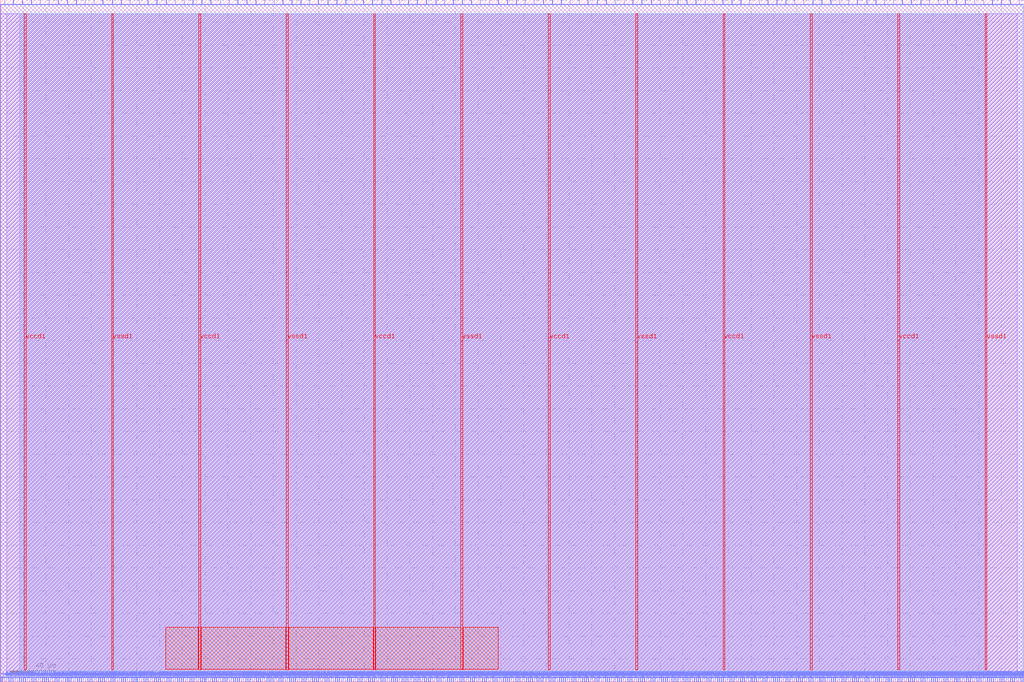
<source format=lef>
VERSION 5.7 ;
  NOWIREEXTENSIONATPIN ON ;
  DIVIDERCHAR "/" ;
  BUSBITCHARS "[]" ;
MACRO user_proj_example
  CLASS BLOCK ;
  FOREIGN user_proj_example ;
  ORIGIN 0.000 0.000 ;
  SIZE 900.000 BY 600.000 ;
  PIN io_in[0]
    DIRECTION INPUT ;
    USE SIGNAL ;
    PORT
      LAYER met2 ;
        RECT 3.770 596.000 4.050 600.000 ;
    END
  END io_in[0]
  PIN io_in[10]
    DIRECTION INPUT ;
    USE SIGNAL ;
    PORT
      LAYER met2 ;
        RECT 240.670 596.000 240.950 600.000 ;
    END
  END io_in[10]
  PIN io_in[11]
    DIRECTION INPUT ;
    USE SIGNAL ;
    PORT
      LAYER met2 ;
        RECT 264.130 596.000 264.410 600.000 ;
    END
  END io_in[11]
  PIN io_in[12]
    DIRECTION INPUT ;
    USE SIGNAL ;
    PORT
      LAYER met2 ;
        RECT 288.050 596.000 288.330 600.000 ;
    END
  END io_in[12]
  PIN io_in[13]
    DIRECTION INPUT ;
    USE SIGNAL ;
    PORT
      LAYER met2 ;
        RECT 311.510 596.000 311.790 600.000 ;
    END
  END io_in[13]
  PIN io_in[14]
    DIRECTION INPUT ;
    USE SIGNAL ;
    PORT
      LAYER met2 ;
        RECT 335.430 596.000 335.710 600.000 ;
    END
  END io_in[14]
  PIN io_in[15]
    DIRECTION INPUT ;
    USE SIGNAL ;
    PORT
      LAYER met2 ;
        RECT 358.890 596.000 359.170 600.000 ;
    END
  END io_in[15]
  PIN io_in[16]
    DIRECTION INPUT ;
    USE SIGNAL ;
    PORT
      LAYER met2 ;
        RECT 382.810 596.000 383.090 600.000 ;
    END
  END io_in[16]
  PIN io_in[17]
    DIRECTION INPUT ;
    USE SIGNAL ;
    PORT
      LAYER met2 ;
        RECT 406.270 596.000 406.550 600.000 ;
    END
  END io_in[17]
  PIN io_in[18]
    DIRECTION INPUT ;
    USE SIGNAL ;
    PORT
      LAYER met2 ;
        RECT 430.190 596.000 430.470 600.000 ;
    END
  END io_in[18]
  PIN io_in[19]
    DIRECTION INPUT ;
    USE SIGNAL ;
    PORT
      LAYER met2 ;
        RECT 453.650 596.000 453.930 600.000 ;
    END
  END io_in[19]
  PIN io_in[1]
    DIRECTION INPUT ;
    USE SIGNAL ;
    PORT
      LAYER met2 ;
        RECT 27.230 596.000 27.510 600.000 ;
    END
  END io_in[1]
  PIN io_in[20]
    DIRECTION INPUT ;
    USE SIGNAL ;
    PORT
      LAYER met2 ;
        RECT 477.570 596.000 477.850 600.000 ;
    END
  END io_in[20]
  PIN io_in[21]
    DIRECTION INPUT ;
    USE SIGNAL ;
    PORT
      LAYER met2 ;
        RECT 501.030 596.000 501.310 600.000 ;
    END
  END io_in[21]
  PIN io_in[22]
    DIRECTION INPUT ;
    USE SIGNAL ;
    PORT
      LAYER met2 ;
        RECT 524.950 596.000 525.230 600.000 ;
    END
  END io_in[22]
  PIN io_in[23]
    DIRECTION INPUT ;
    USE SIGNAL ;
    PORT
      LAYER met2 ;
        RECT 548.410 596.000 548.690 600.000 ;
    END
  END io_in[23]
  PIN io_in[24]
    DIRECTION INPUT ;
    USE SIGNAL ;
    PORT
      LAYER met2 ;
        RECT 572.330 596.000 572.610 600.000 ;
    END
  END io_in[24]
  PIN io_in[25]
    DIRECTION INPUT ;
    USE SIGNAL ;
    PORT
      LAYER met2 ;
        RECT 595.790 596.000 596.070 600.000 ;
    END
  END io_in[25]
  PIN io_in[26]
    DIRECTION INPUT ;
    USE SIGNAL ;
    PORT
      LAYER met2 ;
        RECT 619.710 596.000 619.990 600.000 ;
    END
  END io_in[26]
  PIN io_in[27]
    DIRECTION INPUT ;
    USE SIGNAL ;
    PORT
      LAYER met2 ;
        RECT 643.170 596.000 643.450 600.000 ;
    END
  END io_in[27]
  PIN io_in[28]
    DIRECTION INPUT ;
    USE SIGNAL ;
    PORT
      LAYER met2 ;
        RECT 667.090 596.000 667.370 600.000 ;
    END
  END io_in[28]
  PIN io_in[29]
    DIRECTION INPUT ;
    USE SIGNAL ;
    PORT
      LAYER met2 ;
        RECT 690.550 596.000 690.830 600.000 ;
    END
  END io_in[29]
  PIN io_in[2]
    DIRECTION INPUT ;
    USE SIGNAL ;
    PORT
      LAYER met2 ;
        RECT 51.150 596.000 51.430 600.000 ;
    END
  END io_in[2]
  PIN io_in[30]
    DIRECTION INPUT ;
    USE SIGNAL ;
    PORT
      LAYER met2 ;
        RECT 714.470 596.000 714.750 600.000 ;
    END
  END io_in[30]
  PIN io_in[31]
    DIRECTION INPUT ;
    USE SIGNAL ;
    PORT
      LAYER met2 ;
        RECT 737.930 596.000 738.210 600.000 ;
    END
  END io_in[31]
  PIN io_in[32]
    DIRECTION INPUT ;
    USE SIGNAL ;
    PORT
      LAYER met2 ;
        RECT 761.850 596.000 762.130 600.000 ;
    END
  END io_in[32]
  PIN io_in[33]
    DIRECTION INPUT ;
    USE SIGNAL ;
    PORT
      LAYER met2 ;
        RECT 785.310 596.000 785.590 600.000 ;
    END
  END io_in[33]
  PIN io_in[34]
    DIRECTION INPUT ;
    USE SIGNAL ;
    PORT
      LAYER met2 ;
        RECT 809.230 596.000 809.510 600.000 ;
    END
  END io_in[34]
  PIN io_in[35]
    DIRECTION INPUT ;
    USE SIGNAL ;
    PORT
      LAYER met2 ;
        RECT 832.690 596.000 832.970 600.000 ;
    END
  END io_in[35]
  PIN io_in[36]
    DIRECTION INPUT ;
    USE SIGNAL ;
    PORT
      LAYER met2 ;
        RECT 856.610 596.000 856.890 600.000 ;
    END
  END io_in[36]
  PIN io_in[37]
    DIRECTION INPUT ;
    USE SIGNAL ;
    PORT
      LAYER met2 ;
        RECT 880.070 596.000 880.350 600.000 ;
    END
  END io_in[37]
  PIN io_in[3]
    DIRECTION INPUT ;
    USE SIGNAL ;
    PORT
      LAYER met2 ;
        RECT 74.610 596.000 74.890 600.000 ;
    END
  END io_in[3]
  PIN io_in[4]
    DIRECTION INPUT ;
    USE SIGNAL ;
    PORT
      LAYER met2 ;
        RECT 98.530 596.000 98.810 600.000 ;
    END
  END io_in[4]
  PIN io_in[5]
    DIRECTION INPUT ;
    USE SIGNAL ;
    PORT
      LAYER met2 ;
        RECT 121.990 596.000 122.270 600.000 ;
    END
  END io_in[5]
  PIN io_in[6]
    DIRECTION INPUT ;
    USE SIGNAL ;
    PORT
      LAYER met2 ;
        RECT 145.910 596.000 146.190 600.000 ;
    END
  END io_in[6]
  PIN io_in[7]
    DIRECTION INPUT ;
    USE SIGNAL ;
    PORT
      LAYER met2 ;
        RECT 169.370 596.000 169.650 600.000 ;
    END
  END io_in[7]
  PIN io_in[8]
    DIRECTION INPUT ;
    USE SIGNAL ;
    PORT
      LAYER met2 ;
        RECT 193.290 596.000 193.570 600.000 ;
    END
  END io_in[8]
  PIN io_in[9]
    DIRECTION INPUT ;
    USE SIGNAL ;
    PORT
      LAYER met2 ;
        RECT 216.750 596.000 217.030 600.000 ;
    END
  END io_in[9]
  PIN io_oeb[0]
    DIRECTION OUTPUT TRISTATE ;
    USE SIGNAL ;
    PORT
      LAYER met2 ;
        RECT 11.590 596.000 11.870 600.000 ;
    END
  END io_oeb[0]
  PIN io_oeb[10]
    DIRECTION OUTPUT TRISTATE ;
    USE SIGNAL ;
    PORT
      LAYER met2 ;
        RECT 248.490 596.000 248.770 600.000 ;
    END
  END io_oeb[10]
  PIN io_oeb[11]
    DIRECTION OUTPUT TRISTATE ;
    USE SIGNAL ;
    PORT
      LAYER met2 ;
        RECT 271.950 596.000 272.230 600.000 ;
    END
  END io_oeb[11]
  PIN io_oeb[12]
    DIRECTION OUTPUT TRISTATE ;
    USE SIGNAL ;
    PORT
      LAYER met2 ;
        RECT 295.870 596.000 296.150 600.000 ;
    END
  END io_oeb[12]
  PIN io_oeb[13]
    DIRECTION OUTPUT TRISTATE ;
    USE SIGNAL ;
    PORT
      LAYER met2 ;
        RECT 319.330 596.000 319.610 600.000 ;
    END
  END io_oeb[13]
  PIN io_oeb[14]
    DIRECTION OUTPUT TRISTATE ;
    USE SIGNAL ;
    PORT
      LAYER met2 ;
        RECT 343.250 596.000 343.530 600.000 ;
    END
  END io_oeb[14]
  PIN io_oeb[15]
    DIRECTION OUTPUT TRISTATE ;
    USE SIGNAL ;
    PORT
      LAYER met2 ;
        RECT 366.710 596.000 366.990 600.000 ;
    END
  END io_oeb[15]
  PIN io_oeb[16]
    DIRECTION OUTPUT TRISTATE ;
    USE SIGNAL ;
    PORT
      LAYER met2 ;
        RECT 390.630 596.000 390.910 600.000 ;
    END
  END io_oeb[16]
  PIN io_oeb[17]
    DIRECTION OUTPUT TRISTATE ;
    USE SIGNAL ;
    PORT
      LAYER met2 ;
        RECT 414.090 596.000 414.370 600.000 ;
    END
  END io_oeb[17]
  PIN io_oeb[18]
    DIRECTION OUTPUT TRISTATE ;
    USE SIGNAL ;
    PORT
      LAYER met2 ;
        RECT 438.010 596.000 438.290 600.000 ;
    END
  END io_oeb[18]
  PIN io_oeb[19]
    DIRECTION OUTPUT TRISTATE ;
    USE SIGNAL ;
    PORT
      LAYER met2 ;
        RECT 461.470 596.000 461.750 600.000 ;
    END
  END io_oeb[19]
  PIN io_oeb[1]
    DIRECTION OUTPUT TRISTATE ;
    USE SIGNAL ;
    PORT
      LAYER met2 ;
        RECT 35.050 596.000 35.330 600.000 ;
    END
  END io_oeb[1]
  PIN io_oeb[20]
    DIRECTION OUTPUT TRISTATE ;
    USE SIGNAL ;
    PORT
      LAYER met2 ;
        RECT 485.390 596.000 485.670 600.000 ;
    END
  END io_oeb[20]
  PIN io_oeb[21]
    DIRECTION OUTPUT TRISTATE ;
    USE SIGNAL ;
    PORT
      LAYER met2 ;
        RECT 508.850 596.000 509.130 600.000 ;
    END
  END io_oeb[21]
  PIN io_oeb[22]
    DIRECTION OUTPUT TRISTATE ;
    USE SIGNAL ;
    PORT
      LAYER met2 ;
        RECT 532.770 596.000 533.050 600.000 ;
    END
  END io_oeb[22]
  PIN io_oeb[23]
    DIRECTION OUTPUT TRISTATE ;
    USE SIGNAL ;
    PORT
      LAYER met2 ;
        RECT 556.230 596.000 556.510 600.000 ;
    END
  END io_oeb[23]
  PIN io_oeb[24]
    DIRECTION OUTPUT TRISTATE ;
    USE SIGNAL ;
    PORT
      LAYER met2 ;
        RECT 580.150 596.000 580.430 600.000 ;
    END
  END io_oeb[24]
  PIN io_oeb[25]
    DIRECTION OUTPUT TRISTATE ;
    USE SIGNAL ;
    PORT
      LAYER met2 ;
        RECT 603.610 596.000 603.890 600.000 ;
    END
  END io_oeb[25]
  PIN io_oeb[26]
    DIRECTION OUTPUT TRISTATE ;
    USE SIGNAL ;
    PORT
      LAYER met2 ;
        RECT 627.530 596.000 627.810 600.000 ;
    END
  END io_oeb[26]
  PIN io_oeb[27]
    DIRECTION OUTPUT TRISTATE ;
    USE SIGNAL ;
    PORT
      LAYER met2 ;
        RECT 650.990 596.000 651.270 600.000 ;
    END
  END io_oeb[27]
  PIN io_oeb[28]
    DIRECTION OUTPUT TRISTATE ;
    USE SIGNAL ;
    PORT
      LAYER met2 ;
        RECT 674.910 596.000 675.190 600.000 ;
    END
  END io_oeb[28]
  PIN io_oeb[29]
    DIRECTION OUTPUT TRISTATE ;
    USE SIGNAL ;
    PORT
      LAYER met2 ;
        RECT 698.370 596.000 698.650 600.000 ;
    END
  END io_oeb[29]
  PIN io_oeb[2]
    DIRECTION OUTPUT TRISTATE ;
    USE SIGNAL ;
    PORT
      LAYER met2 ;
        RECT 58.970 596.000 59.250 600.000 ;
    END
  END io_oeb[2]
  PIN io_oeb[30]
    DIRECTION OUTPUT TRISTATE ;
    USE SIGNAL ;
    PORT
      LAYER met2 ;
        RECT 722.290 596.000 722.570 600.000 ;
    END
  END io_oeb[30]
  PIN io_oeb[31]
    DIRECTION OUTPUT TRISTATE ;
    USE SIGNAL ;
    PORT
      LAYER met2 ;
        RECT 745.750 596.000 746.030 600.000 ;
    END
  END io_oeb[31]
  PIN io_oeb[32]
    DIRECTION OUTPUT TRISTATE ;
    USE SIGNAL ;
    PORT
      LAYER met2 ;
        RECT 769.670 596.000 769.950 600.000 ;
    END
  END io_oeb[32]
  PIN io_oeb[33]
    DIRECTION OUTPUT TRISTATE ;
    USE SIGNAL ;
    PORT
      LAYER met2 ;
        RECT 793.130 596.000 793.410 600.000 ;
    END
  END io_oeb[33]
  PIN io_oeb[34]
    DIRECTION OUTPUT TRISTATE ;
    USE SIGNAL ;
    PORT
      LAYER met2 ;
        RECT 817.050 596.000 817.330 600.000 ;
    END
  END io_oeb[34]
  PIN io_oeb[35]
    DIRECTION OUTPUT TRISTATE ;
    USE SIGNAL ;
    PORT
      LAYER met2 ;
        RECT 840.510 596.000 840.790 600.000 ;
    END
  END io_oeb[35]
  PIN io_oeb[36]
    DIRECTION OUTPUT TRISTATE ;
    USE SIGNAL ;
    PORT
      LAYER met2 ;
        RECT 864.430 596.000 864.710 600.000 ;
    END
  END io_oeb[36]
  PIN io_oeb[37]
    DIRECTION OUTPUT TRISTATE ;
    USE SIGNAL ;
    PORT
      LAYER met2 ;
        RECT 887.890 596.000 888.170 600.000 ;
    END
  END io_oeb[37]
  PIN io_oeb[3]
    DIRECTION OUTPUT TRISTATE ;
    USE SIGNAL ;
    PORT
      LAYER met2 ;
        RECT 82.430 596.000 82.710 600.000 ;
    END
  END io_oeb[3]
  PIN io_oeb[4]
    DIRECTION OUTPUT TRISTATE ;
    USE SIGNAL ;
    PORT
      LAYER met2 ;
        RECT 106.350 596.000 106.630 600.000 ;
    END
  END io_oeb[4]
  PIN io_oeb[5]
    DIRECTION OUTPUT TRISTATE ;
    USE SIGNAL ;
    PORT
      LAYER met2 ;
        RECT 129.810 596.000 130.090 600.000 ;
    END
  END io_oeb[5]
  PIN io_oeb[6]
    DIRECTION OUTPUT TRISTATE ;
    USE SIGNAL ;
    PORT
      LAYER met2 ;
        RECT 153.730 596.000 154.010 600.000 ;
    END
  END io_oeb[6]
  PIN io_oeb[7]
    DIRECTION OUTPUT TRISTATE ;
    USE SIGNAL ;
    PORT
      LAYER met2 ;
        RECT 177.190 596.000 177.470 600.000 ;
    END
  END io_oeb[7]
  PIN io_oeb[8]
    DIRECTION OUTPUT TRISTATE ;
    USE SIGNAL ;
    PORT
      LAYER met2 ;
        RECT 201.110 596.000 201.390 600.000 ;
    END
  END io_oeb[8]
  PIN io_oeb[9]
    DIRECTION OUTPUT TRISTATE ;
    USE SIGNAL ;
    PORT
      LAYER met2 ;
        RECT 224.570 596.000 224.850 600.000 ;
    END
  END io_oeb[9]
  PIN io_out[0]
    DIRECTION OUTPUT TRISTATE ;
    USE SIGNAL ;
    PORT
      LAYER met2 ;
        RECT 19.410 596.000 19.690 600.000 ;
    END
  END io_out[0]
  PIN io_out[10]
    DIRECTION OUTPUT TRISTATE ;
    USE SIGNAL ;
    PORT
      LAYER met2 ;
        RECT 256.310 596.000 256.590 600.000 ;
    END
  END io_out[10]
  PIN io_out[11]
    DIRECTION OUTPUT TRISTATE ;
    USE SIGNAL ;
    PORT
      LAYER met2 ;
        RECT 279.770 596.000 280.050 600.000 ;
    END
  END io_out[11]
  PIN io_out[12]
    DIRECTION OUTPUT TRISTATE ;
    USE SIGNAL ;
    PORT
      LAYER met2 ;
        RECT 303.690 596.000 303.970 600.000 ;
    END
  END io_out[12]
  PIN io_out[13]
    DIRECTION OUTPUT TRISTATE ;
    USE SIGNAL ;
    PORT
      LAYER met2 ;
        RECT 327.150 596.000 327.430 600.000 ;
    END
  END io_out[13]
  PIN io_out[14]
    DIRECTION OUTPUT TRISTATE ;
    USE SIGNAL ;
    PORT
      LAYER met2 ;
        RECT 351.070 596.000 351.350 600.000 ;
    END
  END io_out[14]
  PIN io_out[15]
    DIRECTION OUTPUT TRISTATE ;
    USE SIGNAL ;
    PORT
      LAYER met2 ;
        RECT 374.530 596.000 374.810 600.000 ;
    END
  END io_out[15]
  PIN io_out[16]
    DIRECTION OUTPUT TRISTATE ;
    USE SIGNAL ;
    PORT
      LAYER met2 ;
        RECT 398.450 596.000 398.730 600.000 ;
    END
  END io_out[16]
  PIN io_out[17]
    DIRECTION OUTPUT TRISTATE ;
    USE SIGNAL ;
    PORT
      LAYER met2 ;
        RECT 421.910 596.000 422.190 600.000 ;
    END
  END io_out[17]
  PIN io_out[18]
    DIRECTION OUTPUT TRISTATE ;
    USE SIGNAL ;
    PORT
      LAYER met2 ;
        RECT 445.830 596.000 446.110 600.000 ;
    END
  END io_out[18]
  PIN io_out[19]
    DIRECTION OUTPUT TRISTATE ;
    USE SIGNAL ;
    PORT
      LAYER met2 ;
        RECT 469.290 596.000 469.570 600.000 ;
    END
  END io_out[19]
  PIN io_out[1]
    DIRECTION OUTPUT TRISTATE ;
    USE SIGNAL ;
    PORT
      LAYER met2 ;
        RECT 42.870 596.000 43.150 600.000 ;
    END
  END io_out[1]
  PIN io_out[20]
    DIRECTION OUTPUT TRISTATE ;
    USE SIGNAL ;
    PORT
      LAYER met2 ;
        RECT 493.210 596.000 493.490 600.000 ;
    END
  END io_out[20]
  PIN io_out[21]
    DIRECTION OUTPUT TRISTATE ;
    USE SIGNAL ;
    PORT
      LAYER met2 ;
        RECT 516.670 596.000 516.950 600.000 ;
    END
  END io_out[21]
  PIN io_out[22]
    DIRECTION OUTPUT TRISTATE ;
    USE SIGNAL ;
    PORT
      LAYER met2 ;
        RECT 540.590 596.000 540.870 600.000 ;
    END
  END io_out[22]
  PIN io_out[23]
    DIRECTION OUTPUT TRISTATE ;
    USE SIGNAL ;
    PORT
      LAYER met2 ;
        RECT 564.050 596.000 564.330 600.000 ;
    END
  END io_out[23]
  PIN io_out[24]
    DIRECTION OUTPUT TRISTATE ;
    USE SIGNAL ;
    PORT
      LAYER met2 ;
        RECT 587.970 596.000 588.250 600.000 ;
    END
  END io_out[24]
  PIN io_out[25]
    DIRECTION OUTPUT TRISTATE ;
    USE SIGNAL ;
    PORT
      LAYER met2 ;
        RECT 611.430 596.000 611.710 600.000 ;
    END
  END io_out[25]
  PIN io_out[26]
    DIRECTION OUTPUT TRISTATE ;
    USE SIGNAL ;
    PORT
      LAYER met2 ;
        RECT 635.350 596.000 635.630 600.000 ;
    END
  END io_out[26]
  PIN io_out[27]
    DIRECTION OUTPUT TRISTATE ;
    USE SIGNAL ;
    PORT
      LAYER met2 ;
        RECT 658.810 596.000 659.090 600.000 ;
    END
  END io_out[27]
  PIN io_out[28]
    DIRECTION OUTPUT TRISTATE ;
    USE SIGNAL ;
    PORT
      LAYER met2 ;
        RECT 682.730 596.000 683.010 600.000 ;
    END
  END io_out[28]
  PIN io_out[29]
    DIRECTION OUTPUT TRISTATE ;
    USE SIGNAL ;
    PORT
      LAYER met2 ;
        RECT 706.190 596.000 706.470 600.000 ;
    END
  END io_out[29]
  PIN io_out[2]
    DIRECTION OUTPUT TRISTATE ;
    USE SIGNAL ;
    PORT
      LAYER met2 ;
        RECT 66.790 596.000 67.070 600.000 ;
    END
  END io_out[2]
  PIN io_out[30]
    DIRECTION OUTPUT TRISTATE ;
    USE SIGNAL ;
    PORT
      LAYER met2 ;
        RECT 730.110 596.000 730.390 600.000 ;
    END
  END io_out[30]
  PIN io_out[31]
    DIRECTION OUTPUT TRISTATE ;
    USE SIGNAL ;
    PORT
      LAYER met2 ;
        RECT 753.570 596.000 753.850 600.000 ;
    END
  END io_out[31]
  PIN io_out[32]
    DIRECTION OUTPUT TRISTATE ;
    USE SIGNAL ;
    PORT
      LAYER met2 ;
        RECT 777.490 596.000 777.770 600.000 ;
    END
  END io_out[32]
  PIN io_out[33]
    DIRECTION OUTPUT TRISTATE ;
    USE SIGNAL ;
    PORT
      LAYER met2 ;
        RECT 800.950 596.000 801.230 600.000 ;
    END
  END io_out[33]
  PIN io_out[34]
    DIRECTION OUTPUT TRISTATE ;
    USE SIGNAL ;
    PORT
      LAYER met2 ;
        RECT 824.870 596.000 825.150 600.000 ;
    END
  END io_out[34]
  PIN io_out[35]
    DIRECTION OUTPUT TRISTATE ;
    USE SIGNAL ;
    PORT
      LAYER met2 ;
        RECT 848.330 596.000 848.610 600.000 ;
    END
  END io_out[35]
  PIN io_out[36]
    DIRECTION OUTPUT TRISTATE ;
    USE SIGNAL ;
    PORT
      LAYER met2 ;
        RECT 872.250 596.000 872.530 600.000 ;
    END
  END io_out[36]
  PIN io_out[37]
    DIRECTION OUTPUT TRISTATE ;
    USE SIGNAL ;
    PORT
      LAYER met2 ;
        RECT 895.710 596.000 895.990 600.000 ;
    END
  END io_out[37]
  PIN io_out[3]
    DIRECTION OUTPUT TRISTATE ;
    USE SIGNAL ;
    PORT
      LAYER met2 ;
        RECT 90.250 596.000 90.530 600.000 ;
    END
  END io_out[3]
  PIN io_out[4]
    DIRECTION OUTPUT TRISTATE ;
    USE SIGNAL ;
    PORT
      LAYER met2 ;
        RECT 114.170 596.000 114.450 600.000 ;
    END
  END io_out[4]
  PIN io_out[5]
    DIRECTION OUTPUT TRISTATE ;
    USE SIGNAL ;
    PORT
      LAYER met2 ;
        RECT 137.630 596.000 137.910 600.000 ;
    END
  END io_out[5]
  PIN io_out[6]
    DIRECTION OUTPUT TRISTATE ;
    USE SIGNAL ;
    PORT
      LAYER met2 ;
        RECT 161.550 596.000 161.830 600.000 ;
    END
  END io_out[6]
  PIN io_out[7]
    DIRECTION OUTPUT TRISTATE ;
    USE SIGNAL ;
    PORT
      LAYER met2 ;
        RECT 185.010 596.000 185.290 600.000 ;
    END
  END io_out[7]
  PIN io_out[8]
    DIRECTION OUTPUT TRISTATE ;
    USE SIGNAL ;
    PORT
      LAYER met2 ;
        RECT 208.930 596.000 209.210 600.000 ;
    END
  END io_out[8]
  PIN io_out[9]
    DIRECTION OUTPUT TRISTATE ;
    USE SIGNAL ;
    PORT
      LAYER met2 ;
        RECT 232.390 596.000 232.670 600.000 ;
    END
  END io_out[9]
  PIN irq[0]
    DIRECTION OUTPUT TRISTATE ;
    USE SIGNAL ;
    PORT
      LAYER met2 ;
        RECT 895.250 0.000 895.530 4.000 ;
    END
  END irq[0]
  PIN irq[1]
    DIRECTION OUTPUT TRISTATE ;
    USE SIGNAL ;
    PORT
      LAYER met2 ;
        RECT 897.090 0.000 897.370 4.000 ;
    END
  END irq[1]
  PIN irq[2]
    DIRECTION OUTPUT TRISTATE ;
    USE SIGNAL ;
    PORT
      LAYER met2 ;
        RECT 898.930 0.000 899.210 4.000 ;
    END
  END irq[2]
  PIN la_data_in[0]
    DIRECTION INPUT ;
    USE SIGNAL ;
    PORT
      LAYER met2 ;
        RECT 193.750 0.000 194.030 4.000 ;
    END
  END la_data_in[0]
  PIN la_data_in[100]
    DIRECTION INPUT ;
    USE SIGNAL ;
    PORT
      LAYER met2 ;
        RECT 741.610 0.000 741.890 4.000 ;
    END
  END la_data_in[100]
  PIN la_data_in[101]
    DIRECTION INPUT ;
    USE SIGNAL ;
    PORT
      LAYER met2 ;
        RECT 747.130 0.000 747.410 4.000 ;
    END
  END la_data_in[101]
  PIN la_data_in[102]
    DIRECTION INPUT ;
    USE SIGNAL ;
    PORT
      LAYER met2 ;
        RECT 752.650 0.000 752.930 4.000 ;
    END
  END la_data_in[102]
  PIN la_data_in[103]
    DIRECTION INPUT ;
    USE SIGNAL ;
    PORT
      LAYER met2 ;
        RECT 758.170 0.000 758.450 4.000 ;
    END
  END la_data_in[103]
  PIN la_data_in[104]
    DIRECTION INPUT ;
    USE SIGNAL ;
    PORT
      LAYER met2 ;
        RECT 763.690 0.000 763.970 4.000 ;
    END
  END la_data_in[104]
  PIN la_data_in[105]
    DIRECTION INPUT ;
    USE SIGNAL ;
    PORT
      LAYER met2 ;
        RECT 769.210 0.000 769.490 4.000 ;
    END
  END la_data_in[105]
  PIN la_data_in[106]
    DIRECTION INPUT ;
    USE SIGNAL ;
    PORT
      LAYER met2 ;
        RECT 774.730 0.000 775.010 4.000 ;
    END
  END la_data_in[106]
  PIN la_data_in[107]
    DIRECTION INPUT ;
    USE SIGNAL ;
    PORT
      LAYER met2 ;
        RECT 780.250 0.000 780.530 4.000 ;
    END
  END la_data_in[107]
  PIN la_data_in[108]
    DIRECTION INPUT ;
    USE SIGNAL ;
    PORT
      LAYER met2 ;
        RECT 785.310 0.000 785.590 4.000 ;
    END
  END la_data_in[108]
  PIN la_data_in[109]
    DIRECTION INPUT ;
    USE SIGNAL ;
    PORT
      LAYER met2 ;
        RECT 790.830 0.000 791.110 4.000 ;
    END
  END la_data_in[109]
  PIN la_data_in[10]
    DIRECTION INPUT ;
    USE SIGNAL ;
    PORT
      LAYER met2 ;
        RECT 248.490 0.000 248.770 4.000 ;
    END
  END la_data_in[10]
  PIN la_data_in[110]
    DIRECTION INPUT ;
    USE SIGNAL ;
    PORT
      LAYER met2 ;
        RECT 796.350 0.000 796.630 4.000 ;
    END
  END la_data_in[110]
  PIN la_data_in[111]
    DIRECTION INPUT ;
    USE SIGNAL ;
    PORT
      LAYER met2 ;
        RECT 801.870 0.000 802.150 4.000 ;
    END
  END la_data_in[111]
  PIN la_data_in[112]
    DIRECTION INPUT ;
    USE SIGNAL ;
    PORT
      LAYER met2 ;
        RECT 807.390 0.000 807.670 4.000 ;
    END
  END la_data_in[112]
  PIN la_data_in[113]
    DIRECTION INPUT ;
    USE SIGNAL ;
    PORT
      LAYER met2 ;
        RECT 812.910 0.000 813.190 4.000 ;
    END
  END la_data_in[113]
  PIN la_data_in[114]
    DIRECTION INPUT ;
    USE SIGNAL ;
    PORT
      LAYER met2 ;
        RECT 818.430 0.000 818.710 4.000 ;
    END
  END la_data_in[114]
  PIN la_data_in[115]
    DIRECTION INPUT ;
    USE SIGNAL ;
    PORT
      LAYER met2 ;
        RECT 823.950 0.000 824.230 4.000 ;
    END
  END la_data_in[115]
  PIN la_data_in[116]
    DIRECTION INPUT ;
    USE SIGNAL ;
    PORT
      LAYER met2 ;
        RECT 829.470 0.000 829.750 4.000 ;
    END
  END la_data_in[116]
  PIN la_data_in[117]
    DIRECTION INPUT ;
    USE SIGNAL ;
    PORT
      LAYER met2 ;
        RECT 834.990 0.000 835.270 4.000 ;
    END
  END la_data_in[117]
  PIN la_data_in[118]
    DIRECTION INPUT ;
    USE SIGNAL ;
    PORT
      LAYER met2 ;
        RECT 840.510 0.000 840.790 4.000 ;
    END
  END la_data_in[118]
  PIN la_data_in[119]
    DIRECTION INPUT ;
    USE SIGNAL ;
    PORT
      LAYER met2 ;
        RECT 845.570 0.000 845.850 4.000 ;
    END
  END la_data_in[119]
  PIN la_data_in[11]
    DIRECTION INPUT ;
    USE SIGNAL ;
    PORT
      LAYER met2 ;
        RECT 254.010 0.000 254.290 4.000 ;
    END
  END la_data_in[11]
  PIN la_data_in[120]
    DIRECTION INPUT ;
    USE SIGNAL ;
    PORT
      LAYER met2 ;
        RECT 851.090 0.000 851.370 4.000 ;
    END
  END la_data_in[120]
  PIN la_data_in[121]
    DIRECTION INPUT ;
    USE SIGNAL ;
    PORT
      LAYER met2 ;
        RECT 856.610 0.000 856.890 4.000 ;
    END
  END la_data_in[121]
  PIN la_data_in[122]
    DIRECTION INPUT ;
    USE SIGNAL ;
    PORT
      LAYER met2 ;
        RECT 862.130 0.000 862.410 4.000 ;
    END
  END la_data_in[122]
  PIN la_data_in[123]
    DIRECTION INPUT ;
    USE SIGNAL ;
    PORT
      LAYER met2 ;
        RECT 867.650 0.000 867.930 4.000 ;
    END
  END la_data_in[123]
  PIN la_data_in[124]
    DIRECTION INPUT ;
    USE SIGNAL ;
    PORT
      LAYER met2 ;
        RECT 873.170 0.000 873.450 4.000 ;
    END
  END la_data_in[124]
  PIN la_data_in[125]
    DIRECTION INPUT ;
    USE SIGNAL ;
    PORT
      LAYER met2 ;
        RECT 878.690 0.000 878.970 4.000 ;
    END
  END la_data_in[125]
  PIN la_data_in[126]
    DIRECTION INPUT ;
    USE SIGNAL ;
    PORT
      LAYER met2 ;
        RECT 884.210 0.000 884.490 4.000 ;
    END
  END la_data_in[126]
  PIN la_data_in[127]
    DIRECTION INPUT ;
    USE SIGNAL ;
    PORT
      LAYER met2 ;
        RECT 889.730 0.000 890.010 4.000 ;
    END
  END la_data_in[127]
  PIN la_data_in[12]
    DIRECTION INPUT ;
    USE SIGNAL ;
    PORT
      LAYER met2 ;
        RECT 259.530 0.000 259.810 4.000 ;
    END
  END la_data_in[12]
  PIN la_data_in[13]
    DIRECTION INPUT ;
    USE SIGNAL ;
    PORT
      LAYER met2 ;
        RECT 265.050 0.000 265.330 4.000 ;
    END
  END la_data_in[13]
  PIN la_data_in[14]
    DIRECTION INPUT ;
    USE SIGNAL ;
    PORT
      LAYER met2 ;
        RECT 270.570 0.000 270.850 4.000 ;
    END
  END la_data_in[14]
  PIN la_data_in[15]
    DIRECTION INPUT ;
    USE SIGNAL ;
    PORT
      LAYER met2 ;
        RECT 276.090 0.000 276.370 4.000 ;
    END
  END la_data_in[15]
  PIN la_data_in[16]
    DIRECTION INPUT ;
    USE SIGNAL ;
    PORT
      LAYER met2 ;
        RECT 281.610 0.000 281.890 4.000 ;
    END
  END la_data_in[16]
  PIN la_data_in[17]
    DIRECTION INPUT ;
    USE SIGNAL ;
    PORT
      LAYER met2 ;
        RECT 287.130 0.000 287.410 4.000 ;
    END
  END la_data_in[17]
  PIN la_data_in[18]
    DIRECTION INPUT ;
    USE SIGNAL ;
    PORT
      LAYER met2 ;
        RECT 292.650 0.000 292.930 4.000 ;
    END
  END la_data_in[18]
  PIN la_data_in[19]
    DIRECTION INPUT ;
    USE SIGNAL ;
    PORT
      LAYER met2 ;
        RECT 298.170 0.000 298.450 4.000 ;
    END
  END la_data_in[19]
  PIN la_data_in[1]
    DIRECTION INPUT ;
    USE SIGNAL ;
    PORT
      LAYER met2 ;
        RECT 199.270 0.000 199.550 4.000 ;
    END
  END la_data_in[1]
  PIN la_data_in[20]
    DIRECTION INPUT ;
    USE SIGNAL ;
    PORT
      LAYER met2 ;
        RECT 303.230 0.000 303.510 4.000 ;
    END
  END la_data_in[20]
  PIN la_data_in[21]
    DIRECTION INPUT ;
    USE SIGNAL ;
    PORT
      LAYER met2 ;
        RECT 308.750 0.000 309.030 4.000 ;
    END
  END la_data_in[21]
  PIN la_data_in[22]
    DIRECTION INPUT ;
    USE SIGNAL ;
    PORT
      LAYER met2 ;
        RECT 314.270 0.000 314.550 4.000 ;
    END
  END la_data_in[22]
  PIN la_data_in[23]
    DIRECTION INPUT ;
    USE SIGNAL ;
    PORT
      LAYER met2 ;
        RECT 319.790 0.000 320.070 4.000 ;
    END
  END la_data_in[23]
  PIN la_data_in[24]
    DIRECTION INPUT ;
    USE SIGNAL ;
    PORT
      LAYER met2 ;
        RECT 325.310 0.000 325.590 4.000 ;
    END
  END la_data_in[24]
  PIN la_data_in[25]
    DIRECTION INPUT ;
    USE SIGNAL ;
    PORT
      LAYER met2 ;
        RECT 330.830 0.000 331.110 4.000 ;
    END
  END la_data_in[25]
  PIN la_data_in[26]
    DIRECTION INPUT ;
    USE SIGNAL ;
    PORT
      LAYER met2 ;
        RECT 336.350 0.000 336.630 4.000 ;
    END
  END la_data_in[26]
  PIN la_data_in[27]
    DIRECTION INPUT ;
    USE SIGNAL ;
    PORT
      LAYER met2 ;
        RECT 341.870 0.000 342.150 4.000 ;
    END
  END la_data_in[27]
  PIN la_data_in[28]
    DIRECTION INPUT ;
    USE SIGNAL ;
    PORT
      LAYER met2 ;
        RECT 347.390 0.000 347.670 4.000 ;
    END
  END la_data_in[28]
  PIN la_data_in[29]
    DIRECTION INPUT ;
    USE SIGNAL ;
    PORT
      LAYER met2 ;
        RECT 352.910 0.000 353.190 4.000 ;
    END
  END la_data_in[29]
  PIN la_data_in[2]
    DIRECTION INPUT ;
    USE SIGNAL ;
    PORT
      LAYER met2 ;
        RECT 204.790 0.000 205.070 4.000 ;
    END
  END la_data_in[2]
  PIN la_data_in[30]
    DIRECTION INPUT ;
    USE SIGNAL ;
    PORT
      LAYER met2 ;
        RECT 358.430 0.000 358.710 4.000 ;
    END
  END la_data_in[30]
  PIN la_data_in[31]
    DIRECTION INPUT ;
    USE SIGNAL ;
    PORT
      LAYER met2 ;
        RECT 363.490 0.000 363.770 4.000 ;
    END
  END la_data_in[31]
  PIN la_data_in[32]
    DIRECTION INPUT ;
    USE SIGNAL ;
    PORT
      LAYER met2 ;
        RECT 369.010 0.000 369.290 4.000 ;
    END
  END la_data_in[32]
  PIN la_data_in[33]
    DIRECTION INPUT ;
    USE SIGNAL ;
    PORT
      LAYER met2 ;
        RECT 374.530 0.000 374.810 4.000 ;
    END
  END la_data_in[33]
  PIN la_data_in[34]
    DIRECTION INPUT ;
    USE SIGNAL ;
    PORT
      LAYER met2 ;
        RECT 380.050 0.000 380.330 4.000 ;
    END
  END la_data_in[34]
  PIN la_data_in[35]
    DIRECTION INPUT ;
    USE SIGNAL ;
    PORT
      LAYER met2 ;
        RECT 385.570 0.000 385.850 4.000 ;
    END
  END la_data_in[35]
  PIN la_data_in[36]
    DIRECTION INPUT ;
    USE SIGNAL ;
    PORT
      LAYER met2 ;
        RECT 391.090 0.000 391.370 4.000 ;
    END
  END la_data_in[36]
  PIN la_data_in[37]
    DIRECTION INPUT ;
    USE SIGNAL ;
    PORT
      LAYER met2 ;
        RECT 396.610 0.000 396.890 4.000 ;
    END
  END la_data_in[37]
  PIN la_data_in[38]
    DIRECTION INPUT ;
    USE SIGNAL ;
    PORT
      LAYER met2 ;
        RECT 402.130 0.000 402.410 4.000 ;
    END
  END la_data_in[38]
  PIN la_data_in[39]
    DIRECTION INPUT ;
    USE SIGNAL ;
    PORT
      LAYER met2 ;
        RECT 407.650 0.000 407.930 4.000 ;
    END
  END la_data_in[39]
  PIN la_data_in[3]
    DIRECTION INPUT ;
    USE SIGNAL ;
    PORT
      LAYER met2 ;
        RECT 210.310 0.000 210.590 4.000 ;
    END
  END la_data_in[3]
  PIN la_data_in[40]
    DIRECTION INPUT ;
    USE SIGNAL ;
    PORT
      LAYER met2 ;
        RECT 413.170 0.000 413.450 4.000 ;
    END
  END la_data_in[40]
  PIN la_data_in[41]
    DIRECTION INPUT ;
    USE SIGNAL ;
    PORT
      LAYER met2 ;
        RECT 418.690 0.000 418.970 4.000 ;
    END
  END la_data_in[41]
  PIN la_data_in[42]
    DIRECTION INPUT ;
    USE SIGNAL ;
    PORT
      LAYER met2 ;
        RECT 423.750 0.000 424.030 4.000 ;
    END
  END la_data_in[42]
  PIN la_data_in[43]
    DIRECTION INPUT ;
    USE SIGNAL ;
    PORT
      LAYER met2 ;
        RECT 429.270 0.000 429.550 4.000 ;
    END
  END la_data_in[43]
  PIN la_data_in[44]
    DIRECTION INPUT ;
    USE SIGNAL ;
    PORT
      LAYER met2 ;
        RECT 434.790 0.000 435.070 4.000 ;
    END
  END la_data_in[44]
  PIN la_data_in[45]
    DIRECTION INPUT ;
    USE SIGNAL ;
    PORT
      LAYER met2 ;
        RECT 440.310 0.000 440.590 4.000 ;
    END
  END la_data_in[45]
  PIN la_data_in[46]
    DIRECTION INPUT ;
    USE SIGNAL ;
    PORT
      LAYER met2 ;
        RECT 445.830 0.000 446.110 4.000 ;
    END
  END la_data_in[46]
  PIN la_data_in[47]
    DIRECTION INPUT ;
    USE SIGNAL ;
    PORT
      LAYER met2 ;
        RECT 451.350 0.000 451.630 4.000 ;
    END
  END la_data_in[47]
  PIN la_data_in[48]
    DIRECTION INPUT ;
    USE SIGNAL ;
    PORT
      LAYER met2 ;
        RECT 456.870 0.000 457.150 4.000 ;
    END
  END la_data_in[48]
  PIN la_data_in[49]
    DIRECTION INPUT ;
    USE SIGNAL ;
    PORT
      LAYER met2 ;
        RECT 462.390 0.000 462.670 4.000 ;
    END
  END la_data_in[49]
  PIN la_data_in[4]
    DIRECTION INPUT ;
    USE SIGNAL ;
    PORT
      LAYER met2 ;
        RECT 215.830 0.000 216.110 4.000 ;
    END
  END la_data_in[4]
  PIN la_data_in[50]
    DIRECTION INPUT ;
    USE SIGNAL ;
    PORT
      LAYER met2 ;
        RECT 467.910 0.000 468.190 4.000 ;
    END
  END la_data_in[50]
  PIN la_data_in[51]
    DIRECTION INPUT ;
    USE SIGNAL ;
    PORT
      LAYER met2 ;
        RECT 473.430 0.000 473.710 4.000 ;
    END
  END la_data_in[51]
  PIN la_data_in[52]
    DIRECTION INPUT ;
    USE SIGNAL ;
    PORT
      LAYER met2 ;
        RECT 478.950 0.000 479.230 4.000 ;
    END
  END la_data_in[52]
  PIN la_data_in[53]
    DIRECTION INPUT ;
    USE SIGNAL ;
    PORT
      LAYER met2 ;
        RECT 484.010 0.000 484.290 4.000 ;
    END
  END la_data_in[53]
  PIN la_data_in[54]
    DIRECTION INPUT ;
    USE SIGNAL ;
    PORT
      LAYER met2 ;
        RECT 489.530 0.000 489.810 4.000 ;
    END
  END la_data_in[54]
  PIN la_data_in[55]
    DIRECTION INPUT ;
    USE SIGNAL ;
    PORT
      LAYER met2 ;
        RECT 495.050 0.000 495.330 4.000 ;
    END
  END la_data_in[55]
  PIN la_data_in[56]
    DIRECTION INPUT ;
    USE SIGNAL ;
    PORT
      LAYER met2 ;
        RECT 500.570 0.000 500.850 4.000 ;
    END
  END la_data_in[56]
  PIN la_data_in[57]
    DIRECTION INPUT ;
    USE SIGNAL ;
    PORT
      LAYER met2 ;
        RECT 506.090 0.000 506.370 4.000 ;
    END
  END la_data_in[57]
  PIN la_data_in[58]
    DIRECTION INPUT ;
    USE SIGNAL ;
    PORT
      LAYER met2 ;
        RECT 511.610 0.000 511.890 4.000 ;
    END
  END la_data_in[58]
  PIN la_data_in[59]
    DIRECTION INPUT ;
    USE SIGNAL ;
    PORT
      LAYER met2 ;
        RECT 517.130 0.000 517.410 4.000 ;
    END
  END la_data_in[59]
  PIN la_data_in[5]
    DIRECTION INPUT ;
    USE SIGNAL ;
    PORT
      LAYER met2 ;
        RECT 221.350 0.000 221.630 4.000 ;
    END
  END la_data_in[5]
  PIN la_data_in[60]
    DIRECTION INPUT ;
    USE SIGNAL ;
    PORT
      LAYER met2 ;
        RECT 522.650 0.000 522.930 4.000 ;
    END
  END la_data_in[60]
  PIN la_data_in[61]
    DIRECTION INPUT ;
    USE SIGNAL ;
    PORT
      LAYER met2 ;
        RECT 528.170 0.000 528.450 4.000 ;
    END
  END la_data_in[61]
  PIN la_data_in[62]
    DIRECTION INPUT ;
    USE SIGNAL ;
    PORT
      LAYER met2 ;
        RECT 533.690 0.000 533.970 4.000 ;
    END
  END la_data_in[62]
  PIN la_data_in[63]
    DIRECTION INPUT ;
    USE SIGNAL ;
    PORT
      LAYER met2 ;
        RECT 539.210 0.000 539.490 4.000 ;
    END
  END la_data_in[63]
  PIN la_data_in[64]
    DIRECTION INPUT ;
    USE SIGNAL ;
    PORT
      LAYER met2 ;
        RECT 544.270 0.000 544.550 4.000 ;
    END
  END la_data_in[64]
  PIN la_data_in[65]
    DIRECTION INPUT ;
    USE SIGNAL ;
    PORT
      LAYER met2 ;
        RECT 549.790 0.000 550.070 4.000 ;
    END
  END la_data_in[65]
  PIN la_data_in[66]
    DIRECTION INPUT ;
    USE SIGNAL ;
    PORT
      LAYER met2 ;
        RECT 555.310 0.000 555.590 4.000 ;
    END
  END la_data_in[66]
  PIN la_data_in[67]
    DIRECTION INPUT ;
    USE SIGNAL ;
    PORT
      LAYER met2 ;
        RECT 560.830 0.000 561.110 4.000 ;
    END
  END la_data_in[67]
  PIN la_data_in[68]
    DIRECTION INPUT ;
    USE SIGNAL ;
    PORT
      LAYER met2 ;
        RECT 566.350 0.000 566.630 4.000 ;
    END
  END la_data_in[68]
  PIN la_data_in[69]
    DIRECTION INPUT ;
    USE SIGNAL ;
    PORT
      LAYER met2 ;
        RECT 571.870 0.000 572.150 4.000 ;
    END
  END la_data_in[69]
  PIN la_data_in[6]
    DIRECTION INPUT ;
    USE SIGNAL ;
    PORT
      LAYER met2 ;
        RECT 226.870 0.000 227.150 4.000 ;
    END
  END la_data_in[6]
  PIN la_data_in[70]
    DIRECTION INPUT ;
    USE SIGNAL ;
    PORT
      LAYER met2 ;
        RECT 577.390 0.000 577.670 4.000 ;
    END
  END la_data_in[70]
  PIN la_data_in[71]
    DIRECTION INPUT ;
    USE SIGNAL ;
    PORT
      LAYER met2 ;
        RECT 582.910 0.000 583.190 4.000 ;
    END
  END la_data_in[71]
  PIN la_data_in[72]
    DIRECTION INPUT ;
    USE SIGNAL ;
    PORT
      LAYER met2 ;
        RECT 588.430 0.000 588.710 4.000 ;
    END
  END la_data_in[72]
  PIN la_data_in[73]
    DIRECTION INPUT ;
    USE SIGNAL ;
    PORT
      LAYER met2 ;
        RECT 593.950 0.000 594.230 4.000 ;
    END
  END la_data_in[73]
  PIN la_data_in[74]
    DIRECTION INPUT ;
    USE SIGNAL ;
    PORT
      LAYER met2 ;
        RECT 599.470 0.000 599.750 4.000 ;
    END
  END la_data_in[74]
  PIN la_data_in[75]
    DIRECTION INPUT ;
    USE SIGNAL ;
    PORT
      LAYER met2 ;
        RECT 604.530 0.000 604.810 4.000 ;
    END
  END la_data_in[75]
  PIN la_data_in[76]
    DIRECTION INPUT ;
    USE SIGNAL ;
    PORT
      LAYER met2 ;
        RECT 610.050 0.000 610.330 4.000 ;
    END
  END la_data_in[76]
  PIN la_data_in[77]
    DIRECTION INPUT ;
    USE SIGNAL ;
    PORT
      LAYER met2 ;
        RECT 615.570 0.000 615.850 4.000 ;
    END
  END la_data_in[77]
  PIN la_data_in[78]
    DIRECTION INPUT ;
    USE SIGNAL ;
    PORT
      LAYER met2 ;
        RECT 621.090 0.000 621.370 4.000 ;
    END
  END la_data_in[78]
  PIN la_data_in[79]
    DIRECTION INPUT ;
    USE SIGNAL ;
    PORT
      LAYER met2 ;
        RECT 626.610 0.000 626.890 4.000 ;
    END
  END la_data_in[79]
  PIN la_data_in[7]
    DIRECTION INPUT ;
    USE SIGNAL ;
    PORT
      LAYER met2 ;
        RECT 232.390 0.000 232.670 4.000 ;
    END
  END la_data_in[7]
  PIN la_data_in[80]
    DIRECTION INPUT ;
    USE SIGNAL ;
    PORT
      LAYER met2 ;
        RECT 632.130 0.000 632.410 4.000 ;
    END
  END la_data_in[80]
  PIN la_data_in[81]
    DIRECTION INPUT ;
    USE SIGNAL ;
    PORT
      LAYER met2 ;
        RECT 637.650 0.000 637.930 4.000 ;
    END
  END la_data_in[81]
  PIN la_data_in[82]
    DIRECTION INPUT ;
    USE SIGNAL ;
    PORT
      LAYER met2 ;
        RECT 643.170 0.000 643.450 4.000 ;
    END
  END la_data_in[82]
  PIN la_data_in[83]
    DIRECTION INPUT ;
    USE SIGNAL ;
    PORT
      LAYER met2 ;
        RECT 648.690 0.000 648.970 4.000 ;
    END
  END la_data_in[83]
  PIN la_data_in[84]
    DIRECTION INPUT ;
    USE SIGNAL ;
    PORT
      LAYER met2 ;
        RECT 654.210 0.000 654.490 4.000 ;
    END
  END la_data_in[84]
  PIN la_data_in[85]
    DIRECTION INPUT ;
    USE SIGNAL ;
    PORT
      LAYER met2 ;
        RECT 659.730 0.000 660.010 4.000 ;
    END
  END la_data_in[85]
  PIN la_data_in[86]
    DIRECTION INPUT ;
    USE SIGNAL ;
    PORT
      LAYER met2 ;
        RECT 664.790 0.000 665.070 4.000 ;
    END
  END la_data_in[86]
  PIN la_data_in[87]
    DIRECTION INPUT ;
    USE SIGNAL ;
    PORT
      LAYER met2 ;
        RECT 670.310 0.000 670.590 4.000 ;
    END
  END la_data_in[87]
  PIN la_data_in[88]
    DIRECTION INPUT ;
    USE SIGNAL ;
    PORT
      LAYER met2 ;
        RECT 675.830 0.000 676.110 4.000 ;
    END
  END la_data_in[88]
  PIN la_data_in[89]
    DIRECTION INPUT ;
    USE SIGNAL ;
    PORT
      LAYER met2 ;
        RECT 681.350 0.000 681.630 4.000 ;
    END
  END la_data_in[89]
  PIN la_data_in[8]
    DIRECTION INPUT ;
    USE SIGNAL ;
    PORT
      LAYER met2 ;
        RECT 237.910 0.000 238.190 4.000 ;
    END
  END la_data_in[8]
  PIN la_data_in[90]
    DIRECTION INPUT ;
    USE SIGNAL ;
    PORT
      LAYER met2 ;
        RECT 686.870 0.000 687.150 4.000 ;
    END
  END la_data_in[90]
  PIN la_data_in[91]
    DIRECTION INPUT ;
    USE SIGNAL ;
    PORT
      LAYER met2 ;
        RECT 692.390 0.000 692.670 4.000 ;
    END
  END la_data_in[91]
  PIN la_data_in[92]
    DIRECTION INPUT ;
    USE SIGNAL ;
    PORT
      LAYER met2 ;
        RECT 697.910 0.000 698.190 4.000 ;
    END
  END la_data_in[92]
  PIN la_data_in[93]
    DIRECTION INPUT ;
    USE SIGNAL ;
    PORT
      LAYER met2 ;
        RECT 703.430 0.000 703.710 4.000 ;
    END
  END la_data_in[93]
  PIN la_data_in[94]
    DIRECTION INPUT ;
    USE SIGNAL ;
    PORT
      LAYER met2 ;
        RECT 708.950 0.000 709.230 4.000 ;
    END
  END la_data_in[94]
  PIN la_data_in[95]
    DIRECTION INPUT ;
    USE SIGNAL ;
    PORT
      LAYER met2 ;
        RECT 714.470 0.000 714.750 4.000 ;
    END
  END la_data_in[95]
  PIN la_data_in[96]
    DIRECTION INPUT ;
    USE SIGNAL ;
    PORT
      LAYER met2 ;
        RECT 719.990 0.000 720.270 4.000 ;
    END
  END la_data_in[96]
  PIN la_data_in[97]
    DIRECTION INPUT ;
    USE SIGNAL ;
    PORT
      LAYER met2 ;
        RECT 725.050 0.000 725.330 4.000 ;
    END
  END la_data_in[97]
  PIN la_data_in[98]
    DIRECTION INPUT ;
    USE SIGNAL ;
    PORT
      LAYER met2 ;
        RECT 730.570 0.000 730.850 4.000 ;
    END
  END la_data_in[98]
  PIN la_data_in[99]
    DIRECTION INPUT ;
    USE SIGNAL ;
    PORT
      LAYER met2 ;
        RECT 736.090 0.000 736.370 4.000 ;
    END
  END la_data_in[99]
  PIN la_data_in[9]
    DIRECTION INPUT ;
    USE SIGNAL ;
    PORT
      LAYER met2 ;
        RECT 242.970 0.000 243.250 4.000 ;
    END
  END la_data_in[9]
  PIN la_data_out[0]
    DIRECTION OUTPUT TRISTATE ;
    USE SIGNAL ;
    PORT
      LAYER met2 ;
        RECT 195.590 0.000 195.870 4.000 ;
    END
  END la_data_out[0]
  PIN la_data_out[100]
    DIRECTION OUTPUT TRISTATE ;
    USE SIGNAL ;
    PORT
      LAYER met2 ;
        RECT 743.450 0.000 743.730 4.000 ;
    END
  END la_data_out[100]
  PIN la_data_out[101]
    DIRECTION OUTPUT TRISTATE ;
    USE SIGNAL ;
    PORT
      LAYER met2 ;
        RECT 748.970 0.000 749.250 4.000 ;
    END
  END la_data_out[101]
  PIN la_data_out[102]
    DIRECTION OUTPUT TRISTATE ;
    USE SIGNAL ;
    PORT
      LAYER met2 ;
        RECT 754.490 0.000 754.770 4.000 ;
    END
  END la_data_out[102]
  PIN la_data_out[103]
    DIRECTION OUTPUT TRISTATE ;
    USE SIGNAL ;
    PORT
      LAYER met2 ;
        RECT 760.010 0.000 760.290 4.000 ;
    END
  END la_data_out[103]
  PIN la_data_out[104]
    DIRECTION OUTPUT TRISTATE ;
    USE SIGNAL ;
    PORT
      LAYER met2 ;
        RECT 765.530 0.000 765.810 4.000 ;
    END
  END la_data_out[104]
  PIN la_data_out[105]
    DIRECTION OUTPUT TRISTATE ;
    USE SIGNAL ;
    PORT
      LAYER met2 ;
        RECT 771.050 0.000 771.330 4.000 ;
    END
  END la_data_out[105]
  PIN la_data_out[106]
    DIRECTION OUTPUT TRISTATE ;
    USE SIGNAL ;
    PORT
      LAYER met2 ;
        RECT 776.570 0.000 776.850 4.000 ;
    END
  END la_data_out[106]
  PIN la_data_out[107]
    DIRECTION OUTPUT TRISTATE ;
    USE SIGNAL ;
    PORT
      LAYER met2 ;
        RECT 781.630 0.000 781.910 4.000 ;
    END
  END la_data_out[107]
  PIN la_data_out[108]
    DIRECTION OUTPUT TRISTATE ;
    USE SIGNAL ;
    PORT
      LAYER met2 ;
        RECT 787.150 0.000 787.430 4.000 ;
    END
  END la_data_out[108]
  PIN la_data_out[109]
    DIRECTION OUTPUT TRISTATE ;
    USE SIGNAL ;
    PORT
      LAYER met2 ;
        RECT 792.670 0.000 792.950 4.000 ;
    END
  END la_data_out[109]
  PIN la_data_out[10]
    DIRECTION OUTPUT TRISTATE ;
    USE SIGNAL ;
    PORT
      LAYER met2 ;
        RECT 250.330 0.000 250.610 4.000 ;
    END
  END la_data_out[10]
  PIN la_data_out[110]
    DIRECTION OUTPUT TRISTATE ;
    USE SIGNAL ;
    PORT
      LAYER met2 ;
        RECT 798.190 0.000 798.470 4.000 ;
    END
  END la_data_out[110]
  PIN la_data_out[111]
    DIRECTION OUTPUT TRISTATE ;
    USE SIGNAL ;
    PORT
      LAYER met2 ;
        RECT 803.710 0.000 803.990 4.000 ;
    END
  END la_data_out[111]
  PIN la_data_out[112]
    DIRECTION OUTPUT TRISTATE ;
    USE SIGNAL ;
    PORT
      LAYER met2 ;
        RECT 809.230 0.000 809.510 4.000 ;
    END
  END la_data_out[112]
  PIN la_data_out[113]
    DIRECTION OUTPUT TRISTATE ;
    USE SIGNAL ;
    PORT
      LAYER met2 ;
        RECT 814.750 0.000 815.030 4.000 ;
    END
  END la_data_out[113]
  PIN la_data_out[114]
    DIRECTION OUTPUT TRISTATE ;
    USE SIGNAL ;
    PORT
      LAYER met2 ;
        RECT 820.270 0.000 820.550 4.000 ;
    END
  END la_data_out[114]
  PIN la_data_out[115]
    DIRECTION OUTPUT TRISTATE ;
    USE SIGNAL ;
    PORT
      LAYER met2 ;
        RECT 825.790 0.000 826.070 4.000 ;
    END
  END la_data_out[115]
  PIN la_data_out[116]
    DIRECTION OUTPUT TRISTATE ;
    USE SIGNAL ;
    PORT
      LAYER met2 ;
        RECT 831.310 0.000 831.590 4.000 ;
    END
  END la_data_out[116]
  PIN la_data_out[117]
    DIRECTION OUTPUT TRISTATE ;
    USE SIGNAL ;
    PORT
      LAYER met2 ;
        RECT 836.830 0.000 837.110 4.000 ;
    END
  END la_data_out[117]
  PIN la_data_out[118]
    DIRECTION OUTPUT TRISTATE ;
    USE SIGNAL ;
    PORT
      LAYER met2 ;
        RECT 841.890 0.000 842.170 4.000 ;
    END
  END la_data_out[118]
  PIN la_data_out[119]
    DIRECTION OUTPUT TRISTATE ;
    USE SIGNAL ;
    PORT
      LAYER met2 ;
        RECT 847.410 0.000 847.690 4.000 ;
    END
  END la_data_out[119]
  PIN la_data_out[11]
    DIRECTION OUTPUT TRISTATE ;
    USE SIGNAL ;
    PORT
      LAYER met2 ;
        RECT 255.850 0.000 256.130 4.000 ;
    END
  END la_data_out[11]
  PIN la_data_out[120]
    DIRECTION OUTPUT TRISTATE ;
    USE SIGNAL ;
    PORT
      LAYER met2 ;
        RECT 852.930 0.000 853.210 4.000 ;
    END
  END la_data_out[120]
  PIN la_data_out[121]
    DIRECTION OUTPUT TRISTATE ;
    USE SIGNAL ;
    PORT
      LAYER met2 ;
        RECT 858.450 0.000 858.730 4.000 ;
    END
  END la_data_out[121]
  PIN la_data_out[122]
    DIRECTION OUTPUT TRISTATE ;
    USE SIGNAL ;
    PORT
      LAYER met2 ;
        RECT 863.970 0.000 864.250 4.000 ;
    END
  END la_data_out[122]
  PIN la_data_out[123]
    DIRECTION OUTPUT TRISTATE ;
    USE SIGNAL ;
    PORT
      LAYER met2 ;
        RECT 869.490 0.000 869.770 4.000 ;
    END
  END la_data_out[123]
  PIN la_data_out[124]
    DIRECTION OUTPUT TRISTATE ;
    USE SIGNAL ;
    PORT
      LAYER met2 ;
        RECT 875.010 0.000 875.290 4.000 ;
    END
  END la_data_out[124]
  PIN la_data_out[125]
    DIRECTION OUTPUT TRISTATE ;
    USE SIGNAL ;
    PORT
      LAYER met2 ;
        RECT 880.530 0.000 880.810 4.000 ;
    END
  END la_data_out[125]
  PIN la_data_out[126]
    DIRECTION OUTPUT TRISTATE ;
    USE SIGNAL ;
    PORT
      LAYER met2 ;
        RECT 886.050 0.000 886.330 4.000 ;
    END
  END la_data_out[126]
  PIN la_data_out[127]
    DIRECTION OUTPUT TRISTATE ;
    USE SIGNAL ;
    PORT
      LAYER met2 ;
        RECT 891.570 0.000 891.850 4.000 ;
    END
  END la_data_out[127]
  PIN la_data_out[12]
    DIRECTION OUTPUT TRISTATE ;
    USE SIGNAL ;
    PORT
      LAYER met2 ;
        RECT 261.370 0.000 261.650 4.000 ;
    END
  END la_data_out[12]
  PIN la_data_out[13]
    DIRECTION OUTPUT TRISTATE ;
    USE SIGNAL ;
    PORT
      LAYER met2 ;
        RECT 266.890 0.000 267.170 4.000 ;
    END
  END la_data_out[13]
  PIN la_data_out[14]
    DIRECTION OUTPUT TRISTATE ;
    USE SIGNAL ;
    PORT
      LAYER met2 ;
        RECT 272.410 0.000 272.690 4.000 ;
    END
  END la_data_out[14]
  PIN la_data_out[15]
    DIRECTION OUTPUT TRISTATE ;
    USE SIGNAL ;
    PORT
      LAYER met2 ;
        RECT 277.930 0.000 278.210 4.000 ;
    END
  END la_data_out[15]
  PIN la_data_out[16]
    DIRECTION OUTPUT TRISTATE ;
    USE SIGNAL ;
    PORT
      LAYER met2 ;
        RECT 283.450 0.000 283.730 4.000 ;
    END
  END la_data_out[16]
  PIN la_data_out[17]
    DIRECTION OUTPUT TRISTATE ;
    USE SIGNAL ;
    PORT
      LAYER met2 ;
        RECT 288.970 0.000 289.250 4.000 ;
    END
  END la_data_out[17]
  PIN la_data_out[18]
    DIRECTION OUTPUT TRISTATE ;
    USE SIGNAL ;
    PORT
      LAYER met2 ;
        RECT 294.490 0.000 294.770 4.000 ;
    END
  END la_data_out[18]
  PIN la_data_out[19]
    DIRECTION OUTPUT TRISTATE ;
    USE SIGNAL ;
    PORT
      LAYER met2 ;
        RECT 300.010 0.000 300.290 4.000 ;
    END
  END la_data_out[19]
  PIN la_data_out[1]
    DIRECTION OUTPUT TRISTATE ;
    USE SIGNAL ;
    PORT
      LAYER met2 ;
        RECT 201.110 0.000 201.390 4.000 ;
    END
  END la_data_out[1]
  PIN la_data_out[20]
    DIRECTION OUTPUT TRISTATE ;
    USE SIGNAL ;
    PORT
      LAYER met2 ;
        RECT 305.070 0.000 305.350 4.000 ;
    END
  END la_data_out[20]
  PIN la_data_out[21]
    DIRECTION OUTPUT TRISTATE ;
    USE SIGNAL ;
    PORT
      LAYER met2 ;
        RECT 310.590 0.000 310.870 4.000 ;
    END
  END la_data_out[21]
  PIN la_data_out[22]
    DIRECTION OUTPUT TRISTATE ;
    USE SIGNAL ;
    PORT
      LAYER met2 ;
        RECT 316.110 0.000 316.390 4.000 ;
    END
  END la_data_out[22]
  PIN la_data_out[23]
    DIRECTION OUTPUT TRISTATE ;
    USE SIGNAL ;
    PORT
      LAYER met2 ;
        RECT 321.630 0.000 321.910 4.000 ;
    END
  END la_data_out[23]
  PIN la_data_out[24]
    DIRECTION OUTPUT TRISTATE ;
    USE SIGNAL ;
    PORT
      LAYER met2 ;
        RECT 327.150 0.000 327.430 4.000 ;
    END
  END la_data_out[24]
  PIN la_data_out[25]
    DIRECTION OUTPUT TRISTATE ;
    USE SIGNAL ;
    PORT
      LAYER met2 ;
        RECT 332.670 0.000 332.950 4.000 ;
    END
  END la_data_out[25]
  PIN la_data_out[26]
    DIRECTION OUTPUT TRISTATE ;
    USE SIGNAL ;
    PORT
      LAYER met2 ;
        RECT 338.190 0.000 338.470 4.000 ;
    END
  END la_data_out[26]
  PIN la_data_out[27]
    DIRECTION OUTPUT TRISTATE ;
    USE SIGNAL ;
    PORT
      LAYER met2 ;
        RECT 343.710 0.000 343.990 4.000 ;
    END
  END la_data_out[27]
  PIN la_data_out[28]
    DIRECTION OUTPUT TRISTATE ;
    USE SIGNAL ;
    PORT
      LAYER met2 ;
        RECT 349.230 0.000 349.510 4.000 ;
    END
  END la_data_out[28]
  PIN la_data_out[29]
    DIRECTION OUTPUT TRISTATE ;
    USE SIGNAL ;
    PORT
      LAYER met2 ;
        RECT 354.750 0.000 355.030 4.000 ;
    END
  END la_data_out[29]
  PIN la_data_out[2]
    DIRECTION OUTPUT TRISTATE ;
    USE SIGNAL ;
    PORT
      LAYER met2 ;
        RECT 206.630 0.000 206.910 4.000 ;
    END
  END la_data_out[2]
  PIN la_data_out[30]
    DIRECTION OUTPUT TRISTATE ;
    USE SIGNAL ;
    PORT
      LAYER met2 ;
        RECT 360.270 0.000 360.550 4.000 ;
    END
  END la_data_out[30]
  PIN la_data_out[31]
    DIRECTION OUTPUT TRISTATE ;
    USE SIGNAL ;
    PORT
      LAYER met2 ;
        RECT 365.330 0.000 365.610 4.000 ;
    END
  END la_data_out[31]
  PIN la_data_out[32]
    DIRECTION OUTPUT TRISTATE ;
    USE SIGNAL ;
    PORT
      LAYER met2 ;
        RECT 370.850 0.000 371.130 4.000 ;
    END
  END la_data_out[32]
  PIN la_data_out[33]
    DIRECTION OUTPUT TRISTATE ;
    USE SIGNAL ;
    PORT
      LAYER met2 ;
        RECT 376.370 0.000 376.650 4.000 ;
    END
  END la_data_out[33]
  PIN la_data_out[34]
    DIRECTION OUTPUT TRISTATE ;
    USE SIGNAL ;
    PORT
      LAYER met2 ;
        RECT 381.890 0.000 382.170 4.000 ;
    END
  END la_data_out[34]
  PIN la_data_out[35]
    DIRECTION OUTPUT TRISTATE ;
    USE SIGNAL ;
    PORT
      LAYER met2 ;
        RECT 387.410 0.000 387.690 4.000 ;
    END
  END la_data_out[35]
  PIN la_data_out[36]
    DIRECTION OUTPUT TRISTATE ;
    USE SIGNAL ;
    PORT
      LAYER met2 ;
        RECT 392.930 0.000 393.210 4.000 ;
    END
  END la_data_out[36]
  PIN la_data_out[37]
    DIRECTION OUTPUT TRISTATE ;
    USE SIGNAL ;
    PORT
      LAYER met2 ;
        RECT 398.450 0.000 398.730 4.000 ;
    END
  END la_data_out[37]
  PIN la_data_out[38]
    DIRECTION OUTPUT TRISTATE ;
    USE SIGNAL ;
    PORT
      LAYER met2 ;
        RECT 403.970 0.000 404.250 4.000 ;
    END
  END la_data_out[38]
  PIN la_data_out[39]
    DIRECTION OUTPUT TRISTATE ;
    USE SIGNAL ;
    PORT
      LAYER met2 ;
        RECT 409.490 0.000 409.770 4.000 ;
    END
  END la_data_out[39]
  PIN la_data_out[3]
    DIRECTION OUTPUT TRISTATE ;
    USE SIGNAL ;
    PORT
      LAYER met2 ;
        RECT 212.150 0.000 212.430 4.000 ;
    END
  END la_data_out[3]
  PIN la_data_out[40]
    DIRECTION OUTPUT TRISTATE ;
    USE SIGNAL ;
    PORT
      LAYER met2 ;
        RECT 415.010 0.000 415.290 4.000 ;
    END
  END la_data_out[40]
  PIN la_data_out[41]
    DIRECTION OUTPUT TRISTATE ;
    USE SIGNAL ;
    PORT
      LAYER met2 ;
        RECT 420.530 0.000 420.810 4.000 ;
    END
  END la_data_out[41]
  PIN la_data_out[42]
    DIRECTION OUTPUT TRISTATE ;
    USE SIGNAL ;
    PORT
      LAYER met2 ;
        RECT 425.590 0.000 425.870 4.000 ;
    END
  END la_data_out[42]
  PIN la_data_out[43]
    DIRECTION OUTPUT TRISTATE ;
    USE SIGNAL ;
    PORT
      LAYER met2 ;
        RECT 431.110 0.000 431.390 4.000 ;
    END
  END la_data_out[43]
  PIN la_data_out[44]
    DIRECTION OUTPUT TRISTATE ;
    USE SIGNAL ;
    PORT
      LAYER met2 ;
        RECT 436.630 0.000 436.910 4.000 ;
    END
  END la_data_out[44]
  PIN la_data_out[45]
    DIRECTION OUTPUT TRISTATE ;
    USE SIGNAL ;
    PORT
      LAYER met2 ;
        RECT 442.150 0.000 442.430 4.000 ;
    END
  END la_data_out[45]
  PIN la_data_out[46]
    DIRECTION OUTPUT TRISTATE ;
    USE SIGNAL ;
    PORT
      LAYER met2 ;
        RECT 447.670 0.000 447.950 4.000 ;
    END
  END la_data_out[46]
  PIN la_data_out[47]
    DIRECTION OUTPUT TRISTATE ;
    USE SIGNAL ;
    PORT
      LAYER met2 ;
        RECT 453.190 0.000 453.470 4.000 ;
    END
  END la_data_out[47]
  PIN la_data_out[48]
    DIRECTION OUTPUT TRISTATE ;
    USE SIGNAL ;
    PORT
      LAYER met2 ;
        RECT 458.710 0.000 458.990 4.000 ;
    END
  END la_data_out[48]
  PIN la_data_out[49]
    DIRECTION OUTPUT TRISTATE ;
    USE SIGNAL ;
    PORT
      LAYER met2 ;
        RECT 464.230 0.000 464.510 4.000 ;
    END
  END la_data_out[49]
  PIN la_data_out[4]
    DIRECTION OUTPUT TRISTATE ;
    USE SIGNAL ;
    PORT
      LAYER met2 ;
        RECT 217.670 0.000 217.950 4.000 ;
    END
  END la_data_out[4]
  PIN la_data_out[50]
    DIRECTION OUTPUT TRISTATE ;
    USE SIGNAL ;
    PORT
      LAYER met2 ;
        RECT 469.750 0.000 470.030 4.000 ;
    END
  END la_data_out[50]
  PIN la_data_out[51]
    DIRECTION OUTPUT TRISTATE ;
    USE SIGNAL ;
    PORT
      LAYER met2 ;
        RECT 475.270 0.000 475.550 4.000 ;
    END
  END la_data_out[51]
  PIN la_data_out[52]
    DIRECTION OUTPUT TRISTATE ;
    USE SIGNAL ;
    PORT
      LAYER met2 ;
        RECT 480.330 0.000 480.610 4.000 ;
    END
  END la_data_out[52]
  PIN la_data_out[53]
    DIRECTION OUTPUT TRISTATE ;
    USE SIGNAL ;
    PORT
      LAYER met2 ;
        RECT 485.850 0.000 486.130 4.000 ;
    END
  END la_data_out[53]
  PIN la_data_out[54]
    DIRECTION OUTPUT TRISTATE ;
    USE SIGNAL ;
    PORT
      LAYER met2 ;
        RECT 491.370 0.000 491.650 4.000 ;
    END
  END la_data_out[54]
  PIN la_data_out[55]
    DIRECTION OUTPUT TRISTATE ;
    USE SIGNAL ;
    PORT
      LAYER met2 ;
        RECT 496.890 0.000 497.170 4.000 ;
    END
  END la_data_out[55]
  PIN la_data_out[56]
    DIRECTION OUTPUT TRISTATE ;
    USE SIGNAL ;
    PORT
      LAYER met2 ;
        RECT 502.410 0.000 502.690 4.000 ;
    END
  END la_data_out[56]
  PIN la_data_out[57]
    DIRECTION OUTPUT TRISTATE ;
    USE SIGNAL ;
    PORT
      LAYER met2 ;
        RECT 507.930 0.000 508.210 4.000 ;
    END
  END la_data_out[57]
  PIN la_data_out[58]
    DIRECTION OUTPUT TRISTATE ;
    USE SIGNAL ;
    PORT
      LAYER met2 ;
        RECT 513.450 0.000 513.730 4.000 ;
    END
  END la_data_out[58]
  PIN la_data_out[59]
    DIRECTION OUTPUT TRISTATE ;
    USE SIGNAL ;
    PORT
      LAYER met2 ;
        RECT 518.970 0.000 519.250 4.000 ;
    END
  END la_data_out[59]
  PIN la_data_out[5]
    DIRECTION OUTPUT TRISTATE ;
    USE SIGNAL ;
    PORT
      LAYER met2 ;
        RECT 223.190 0.000 223.470 4.000 ;
    END
  END la_data_out[5]
  PIN la_data_out[60]
    DIRECTION OUTPUT TRISTATE ;
    USE SIGNAL ;
    PORT
      LAYER met2 ;
        RECT 524.490 0.000 524.770 4.000 ;
    END
  END la_data_out[60]
  PIN la_data_out[61]
    DIRECTION OUTPUT TRISTATE ;
    USE SIGNAL ;
    PORT
      LAYER met2 ;
        RECT 530.010 0.000 530.290 4.000 ;
    END
  END la_data_out[61]
  PIN la_data_out[62]
    DIRECTION OUTPUT TRISTATE ;
    USE SIGNAL ;
    PORT
      LAYER met2 ;
        RECT 535.530 0.000 535.810 4.000 ;
    END
  END la_data_out[62]
  PIN la_data_out[63]
    DIRECTION OUTPUT TRISTATE ;
    USE SIGNAL ;
    PORT
      LAYER met2 ;
        RECT 540.590 0.000 540.870 4.000 ;
    END
  END la_data_out[63]
  PIN la_data_out[64]
    DIRECTION OUTPUT TRISTATE ;
    USE SIGNAL ;
    PORT
      LAYER met2 ;
        RECT 546.110 0.000 546.390 4.000 ;
    END
  END la_data_out[64]
  PIN la_data_out[65]
    DIRECTION OUTPUT TRISTATE ;
    USE SIGNAL ;
    PORT
      LAYER met2 ;
        RECT 551.630 0.000 551.910 4.000 ;
    END
  END la_data_out[65]
  PIN la_data_out[66]
    DIRECTION OUTPUT TRISTATE ;
    USE SIGNAL ;
    PORT
      LAYER met2 ;
        RECT 557.150 0.000 557.430 4.000 ;
    END
  END la_data_out[66]
  PIN la_data_out[67]
    DIRECTION OUTPUT TRISTATE ;
    USE SIGNAL ;
    PORT
      LAYER met2 ;
        RECT 562.670 0.000 562.950 4.000 ;
    END
  END la_data_out[67]
  PIN la_data_out[68]
    DIRECTION OUTPUT TRISTATE ;
    USE SIGNAL ;
    PORT
      LAYER met2 ;
        RECT 568.190 0.000 568.470 4.000 ;
    END
  END la_data_out[68]
  PIN la_data_out[69]
    DIRECTION OUTPUT TRISTATE ;
    USE SIGNAL ;
    PORT
      LAYER met2 ;
        RECT 573.710 0.000 573.990 4.000 ;
    END
  END la_data_out[69]
  PIN la_data_out[6]
    DIRECTION OUTPUT TRISTATE ;
    USE SIGNAL ;
    PORT
      LAYER met2 ;
        RECT 228.710 0.000 228.990 4.000 ;
    END
  END la_data_out[6]
  PIN la_data_out[70]
    DIRECTION OUTPUT TRISTATE ;
    USE SIGNAL ;
    PORT
      LAYER met2 ;
        RECT 579.230 0.000 579.510 4.000 ;
    END
  END la_data_out[70]
  PIN la_data_out[71]
    DIRECTION OUTPUT TRISTATE ;
    USE SIGNAL ;
    PORT
      LAYER met2 ;
        RECT 584.750 0.000 585.030 4.000 ;
    END
  END la_data_out[71]
  PIN la_data_out[72]
    DIRECTION OUTPUT TRISTATE ;
    USE SIGNAL ;
    PORT
      LAYER met2 ;
        RECT 590.270 0.000 590.550 4.000 ;
    END
  END la_data_out[72]
  PIN la_data_out[73]
    DIRECTION OUTPUT TRISTATE ;
    USE SIGNAL ;
    PORT
      LAYER met2 ;
        RECT 595.790 0.000 596.070 4.000 ;
    END
  END la_data_out[73]
  PIN la_data_out[74]
    DIRECTION OUTPUT TRISTATE ;
    USE SIGNAL ;
    PORT
      LAYER met2 ;
        RECT 600.850 0.000 601.130 4.000 ;
    END
  END la_data_out[74]
  PIN la_data_out[75]
    DIRECTION OUTPUT TRISTATE ;
    USE SIGNAL ;
    PORT
      LAYER met2 ;
        RECT 606.370 0.000 606.650 4.000 ;
    END
  END la_data_out[75]
  PIN la_data_out[76]
    DIRECTION OUTPUT TRISTATE ;
    USE SIGNAL ;
    PORT
      LAYER met2 ;
        RECT 611.890 0.000 612.170 4.000 ;
    END
  END la_data_out[76]
  PIN la_data_out[77]
    DIRECTION OUTPUT TRISTATE ;
    USE SIGNAL ;
    PORT
      LAYER met2 ;
        RECT 617.410 0.000 617.690 4.000 ;
    END
  END la_data_out[77]
  PIN la_data_out[78]
    DIRECTION OUTPUT TRISTATE ;
    USE SIGNAL ;
    PORT
      LAYER met2 ;
        RECT 622.930 0.000 623.210 4.000 ;
    END
  END la_data_out[78]
  PIN la_data_out[79]
    DIRECTION OUTPUT TRISTATE ;
    USE SIGNAL ;
    PORT
      LAYER met2 ;
        RECT 628.450 0.000 628.730 4.000 ;
    END
  END la_data_out[79]
  PIN la_data_out[7]
    DIRECTION OUTPUT TRISTATE ;
    USE SIGNAL ;
    PORT
      LAYER met2 ;
        RECT 234.230 0.000 234.510 4.000 ;
    END
  END la_data_out[7]
  PIN la_data_out[80]
    DIRECTION OUTPUT TRISTATE ;
    USE SIGNAL ;
    PORT
      LAYER met2 ;
        RECT 633.970 0.000 634.250 4.000 ;
    END
  END la_data_out[80]
  PIN la_data_out[81]
    DIRECTION OUTPUT TRISTATE ;
    USE SIGNAL ;
    PORT
      LAYER met2 ;
        RECT 639.490 0.000 639.770 4.000 ;
    END
  END la_data_out[81]
  PIN la_data_out[82]
    DIRECTION OUTPUT TRISTATE ;
    USE SIGNAL ;
    PORT
      LAYER met2 ;
        RECT 645.010 0.000 645.290 4.000 ;
    END
  END la_data_out[82]
  PIN la_data_out[83]
    DIRECTION OUTPUT TRISTATE ;
    USE SIGNAL ;
    PORT
      LAYER met2 ;
        RECT 650.530 0.000 650.810 4.000 ;
    END
  END la_data_out[83]
  PIN la_data_out[84]
    DIRECTION OUTPUT TRISTATE ;
    USE SIGNAL ;
    PORT
      LAYER met2 ;
        RECT 656.050 0.000 656.330 4.000 ;
    END
  END la_data_out[84]
  PIN la_data_out[85]
    DIRECTION OUTPUT TRISTATE ;
    USE SIGNAL ;
    PORT
      LAYER met2 ;
        RECT 661.110 0.000 661.390 4.000 ;
    END
  END la_data_out[85]
  PIN la_data_out[86]
    DIRECTION OUTPUT TRISTATE ;
    USE SIGNAL ;
    PORT
      LAYER met2 ;
        RECT 666.630 0.000 666.910 4.000 ;
    END
  END la_data_out[86]
  PIN la_data_out[87]
    DIRECTION OUTPUT TRISTATE ;
    USE SIGNAL ;
    PORT
      LAYER met2 ;
        RECT 672.150 0.000 672.430 4.000 ;
    END
  END la_data_out[87]
  PIN la_data_out[88]
    DIRECTION OUTPUT TRISTATE ;
    USE SIGNAL ;
    PORT
      LAYER met2 ;
        RECT 677.670 0.000 677.950 4.000 ;
    END
  END la_data_out[88]
  PIN la_data_out[89]
    DIRECTION OUTPUT TRISTATE ;
    USE SIGNAL ;
    PORT
      LAYER met2 ;
        RECT 683.190 0.000 683.470 4.000 ;
    END
  END la_data_out[89]
  PIN la_data_out[8]
    DIRECTION OUTPUT TRISTATE ;
    USE SIGNAL ;
    PORT
      LAYER met2 ;
        RECT 239.750 0.000 240.030 4.000 ;
    END
  END la_data_out[8]
  PIN la_data_out[90]
    DIRECTION OUTPUT TRISTATE ;
    USE SIGNAL ;
    PORT
      LAYER met2 ;
        RECT 688.710 0.000 688.990 4.000 ;
    END
  END la_data_out[90]
  PIN la_data_out[91]
    DIRECTION OUTPUT TRISTATE ;
    USE SIGNAL ;
    PORT
      LAYER met2 ;
        RECT 694.230 0.000 694.510 4.000 ;
    END
  END la_data_out[91]
  PIN la_data_out[92]
    DIRECTION OUTPUT TRISTATE ;
    USE SIGNAL ;
    PORT
      LAYER met2 ;
        RECT 699.750 0.000 700.030 4.000 ;
    END
  END la_data_out[92]
  PIN la_data_out[93]
    DIRECTION OUTPUT TRISTATE ;
    USE SIGNAL ;
    PORT
      LAYER met2 ;
        RECT 705.270 0.000 705.550 4.000 ;
    END
  END la_data_out[93]
  PIN la_data_out[94]
    DIRECTION OUTPUT TRISTATE ;
    USE SIGNAL ;
    PORT
      LAYER met2 ;
        RECT 710.790 0.000 711.070 4.000 ;
    END
  END la_data_out[94]
  PIN la_data_out[95]
    DIRECTION OUTPUT TRISTATE ;
    USE SIGNAL ;
    PORT
      LAYER met2 ;
        RECT 716.310 0.000 716.590 4.000 ;
    END
  END la_data_out[95]
  PIN la_data_out[96]
    DIRECTION OUTPUT TRISTATE ;
    USE SIGNAL ;
    PORT
      LAYER met2 ;
        RECT 721.370 0.000 721.650 4.000 ;
    END
  END la_data_out[96]
  PIN la_data_out[97]
    DIRECTION OUTPUT TRISTATE ;
    USE SIGNAL ;
    PORT
      LAYER met2 ;
        RECT 726.890 0.000 727.170 4.000 ;
    END
  END la_data_out[97]
  PIN la_data_out[98]
    DIRECTION OUTPUT TRISTATE ;
    USE SIGNAL ;
    PORT
      LAYER met2 ;
        RECT 732.410 0.000 732.690 4.000 ;
    END
  END la_data_out[98]
  PIN la_data_out[99]
    DIRECTION OUTPUT TRISTATE ;
    USE SIGNAL ;
    PORT
      LAYER met2 ;
        RECT 737.930 0.000 738.210 4.000 ;
    END
  END la_data_out[99]
  PIN la_data_out[9]
    DIRECTION OUTPUT TRISTATE ;
    USE SIGNAL ;
    PORT
      LAYER met2 ;
        RECT 244.810 0.000 245.090 4.000 ;
    END
  END la_data_out[9]
  PIN la_oenb[0]
    DIRECTION INPUT ;
    USE SIGNAL ;
    PORT
      LAYER met2 ;
        RECT 197.430 0.000 197.710 4.000 ;
    END
  END la_oenb[0]
  PIN la_oenb[100]
    DIRECTION INPUT ;
    USE SIGNAL ;
    PORT
      LAYER met2 ;
        RECT 745.290 0.000 745.570 4.000 ;
    END
  END la_oenb[100]
  PIN la_oenb[101]
    DIRECTION INPUT ;
    USE SIGNAL ;
    PORT
      LAYER met2 ;
        RECT 750.810 0.000 751.090 4.000 ;
    END
  END la_oenb[101]
  PIN la_oenb[102]
    DIRECTION INPUT ;
    USE SIGNAL ;
    PORT
      LAYER met2 ;
        RECT 756.330 0.000 756.610 4.000 ;
    END
  END la_oenb[102]
  PIN la_oenb[103]
    DIRECTION INPUT ;
    USE SIGNAL ;
    PORT
      LAYER met2 ;
        RECT 761.850 0.000 762.130 4.000 ;
    END
  END la_oenb[103]
  PIN la_oenb[104]
    DIRECTION INPUT ;
    USE SIGNAL ;
    PORT
      LAYER met2 ;
        RECT 767.370 0.000 767.650 4.000 ;
    END
  END la_oenb[104]
  PIN la_oenb[105]
    DIRECTION INPUT ;
    USE SIGNAL ;
    PORT
      LAYER met2 ;
        RECT 772.890 0.000 773.170 4.000 ;
    END
  END la_oenb[105]
  PIN la_oenb[106]
    DIRECTION INPUT ;
    USE SIGNAL ;
    PORT
      LAYER met2 ;
        RECT 778.410 0.000 778.690 4.000 ;
    END
  END la_oenb[106]
  PIN la_oenb[107]
    DIRECTION INPUT ;
    USE SIGNAL ;
    PORT
      LAYER met2 ;
        RECT 783.470 0.000 783.750 4.000 ;
    END
  END la_oenb[107]
  PIN la_oenb[108]
    DIRECTION INPUT ;
    USE SIGNAL ;
    PORT
      LAYER met2 ;
        RECT 788.990 0.000 789.270 4.000 ;
    END
  END la_oenb[108]
  PIN la_oenb[109]
    DIRECTION INPUT ;
    USE SIGNAL ;
    PORT
      LAYER met2 ;
        RECT 794.510 0.000 794.790 4.000 ;
    END
  END la_oenb[109]
  PIN la_oenb[10]
    DIRECTION INPUT ;
    USE SIGNAL ;
    PORT
      LAYER met2 ;
        RECT 252.170 0.000 252.450 4.000 ;
    END
  END la_oenb[10]
  PIN la_oenb[110]
    DIRECTION INPUT ;
    USE SIGNAL ;
    PORT
      LAYER met2 ;
        RECT 800.030 0.000 800.310 4.000 ;
    END
  END la_oenb[110]
  PIN la_oenb[111]
    DIRECTION INPUT ;
    USE SIGNAL ;
    PORT
      LAYER met2 ;
        RECT 805.550 0.000 805.830 4.000 ;
    END
  END la_oenb[111]
  PIN la_oenb[112]
    DIRECTION INPUT ;
    USE SIGNAL ;
    PORT
      LAYER met2 ;
        RECT 811.070 0.000 811.350 4.000 ;
    END
  END la_oenb[112]
  PIN la_oenb[113]
    DIRECTION INPUT ;
    USE SIGNAL ;
    PORT
      LAYER met2 ;
        RECT 816.590 0.000 816.870 4.000 ;
    END
  END la_oenb[113]
  PIN la_oenb[114]
    DIRECTION INPUT ;
    USE SIGNAL ;
    PORT
      LAYER met2 ;
        RECT 822.110 0.000 822.390 4.000 ;
    END
  END la_oenb[114]
  PIN la_oenb[115]
    DIRECTION INPUT ;
    USE SIGNAL ;
    PORT
      LAYER met2 ;
        RECT 827.630 0.000 827.910 4.000 ;
    END
  END la_oenb[115]
  PIN la_oenb[116]
    DIRECTION INPUT ;
    USE SIGNAL ;
    PORT
      LAYER met2 ;
        RECT 833.150 0.000 833.430 4.000 ;
    END
  END la_oenb[116]
  PIN la_oenb[117]
    DIRECTION INPUT ;
    USE SIGNAL ;
    PORT
      LAYER met2 ;
        RECT 838.670 0.000 838.950 4.000 ;
    END
  END la_oenb[117]
  PIN la_oenb[118]
    DIRECTION INPUT ;
    USE SIGNAL ;
    PORT
      LAYER met2 ;
        RECT 843.730 0.000 844.010 4.000 ;
    END
  END la_oenb[118]
  PIN la_oenb[119]
    DIRECTION INPUT ;
    USE SIGNAL ;
    PORT
      LAYER met2 ;
        RECT 849.250 0.000 849.530 4.000 ;
    END
  END la_oenb[119]
  PIN la_oenb[11]
    DIRECTION INPUT ;
    USE SIGNAL ;
    PORT
      LAYER met2 ;
        RECT 257.690 0.000 257.970 4.000 ;
    END
  END la_oenb[11]
  PIN la_oenb[120]
    DIRECTION INPUT ;
    USE SIGNAL ;
    PORT
      LAYER met2 ;
        RECT 854.770 0.000 855.050 4.000 ;
    END
  END la_oenb[120]
  PIN la_oenb[121]
    DIRECTION INPUT ;
    USE SIGNAL ;
    PORT
      LAYER met2 ;
        RECT 860.290 0.000 860.570 4.000 ;
    END
  END la_oenb[121]
  PIN la_oenb[122]
    DIRECTION INPUT ;
    USE SIGNAL ;
    PORT
      LAYER met2 ;
        RECT 865.810 0.000 866.090 4.000 ;
    END
  END la_oenb[122]
  PIN la_oenb[123]
    DIRECTION INPUT ;
    USE SIGNAL ;
    PORT
      LAYER met2 ;
        RECT 871.330 0.000 871.610 4.000 ;
    END
  END la_oenb[123]
  PIN la_oenb[124]
    DIRECTION INPUT ;
    USE SIGNAL ;
    PORT
      LAYER met2 ;
        RECT 876.850 0.000 877.130 4.000 ;
    END
  END la_oenb[124]
  PIN la_oenb[125]
    DIRECTION INPUT ;
    USE SIGNAL ;
    PORT
      LAYER met2 ;
        RECT 882.370 0.000 882.650 4.000 ;
    END
  END la_oenb[125]
  PIN la_oenb[126]
    DIRECTION INPUT ;
    USE SIGNAL ;
    PORT
      LAYER met2 ;
        RECT 887.890 0.000 888.170 4.000 ;
    END
  END la_oenb[126]
  PIN la_oenb[127]
    DIRECTION INPUT ;
    USE SIGNAL ;
    PORT
      LAYER met2 ;
        RECT 893.410 0.000 893.690 4.000 ;
    END
  END la_oenb[127]
  PIN la_oenb[12]
    DIRECTION INPUT ;
    USE SIGNAL ;
    PORT
      LAYER met2 ;
        RECT 263.210 0.000 263.490 4.000 ;
    END
  END la_oenb[12]
  PIN la_oenb[13]
    DIRECTION INPUT ;
    USE SIGNAL ;
    PORT
      LAYER met2 ;
        RECT 268.730 0.000 269.010 4.000 ;
    END
  END la_oenb[13]
  PIN la_oenb[14]
    DIRECTION INPUT ;
    USE SIGNAL ;
    PORT
      LAYER met2 ;
        RECT 274.250 0.000 274.530 4.000 ;
    END
  END la_oenb[14]
  PIN la_oenb[15]
    DIRECTION INPUT ;
    USE SIGNAL ;
    PORT
      LAYER met2 ;
        RECT 279.770 0.000 280.050 4.000 ;
    END
  END la_oenb[15]
  PIN la_oenb[16]
    DIRECTION INPUT ;
    USE SIGNAL ;
    PORT
      LAYER met2 ;
        RECT 285.290 0.000 285.570 4.000 ;
    END
  END la_oenb[16]
  PIN la_oenb[17]
    DIRECTION INPUT ;
    USE SIGNAL ;
    PORT
      LAYER met2 ;
        RECT 290.810 0.000 291.090 4.000 ;
    END
  END la_oenb[17]
  PIN la_oenb[18]
    DIRECTION INPUT ;
    USE SIGNAL ;
    PORT
      LAYER met2 ;
        RECT 296.330 0.000 296.610 4.000 ;
    END
  END la_oenb[18]
  PIN la_oenb[19]
    DIRECTION INPUT ;
    USE SIGNAL ;
    PORT
      LAYER met2 ;
        RECT 301.390 0.000 301.670 4.000 ;
    END
  END la_oenb[19]
  PIN la_oenb[1]
    DIRECTION INPUT ;
    USE SIGNAL ;
    PORT
      LAYER met2 ;
        RECT 202.950 0.000 203.230 4.000 ;
    END
  END la_oenb[1]
  PIN la_oenb[20]
    DIRECTION INPUT ;
    USE SIGNAL ;
    PORT
      LAYER met2 ;
        RECT 306.910 0.000 307.190 4.000 ;
    END
  END la_oenb[20]
  PIN la_oenb[21]
    DIRECTION INPUT ;
    USE SIGNAL ;
    PORT
      LAYER met2 ;
        RECT 312.430 0.000 312.710 4.000 ;
    END
  END la_oenb[21]
  PIN la_oenb[22]
    DIRECTION INPUT ;
    USE SIGNAL ;
    PORT
      LAYER met2 ;
        RECT 317.950 0.000 318.230 4.000 ;
    END
  END la_oenb[22]
  PIN la_oenb[23]
    DIRECTION INPUT ;
    USE SIGNAL ;
    PORT
      LAYER met2 ;
        RECT 323.470 0.000 323.750 4.000 ;
    END
  END la_oenb[23]
  PIN la_oenb[24]
    DIRECTION INPUT ;
    USE SIGNAL ;
    PORT
      LAYER met2 ;
        RECT 328.990 0.000 329.270 4.000 ;
    END
  END la_oenb[24]
  PIN la_oenb[25]
    DIRECTION INPUT ;
    USE SIGNAL ;
    PORT
      LAYER met2 ;
        RECT 334.510 0.000 334.790 4.000 ;
    END
  END la_oenb[25]
  PIN la_oenb[26]
    DIRECTION INPUT ;
    USE SIGNAL ;
    PORT
      LAYER met2 ;
        RECT 340.030 0.000 340.310 4.000 ;
    END
  END la_oenb[26]
  PIN la_oenb[27]
    DIRECTION INPUT ;
    USE SIGNAL ;
    PORT
      LAYER met2 ;
        RECT 345.550 0.000 345.830 4.000 ;
    END
  END la_oenb[27]
  PIN la_oenb[28]
    DIRECTION INPUT ;
    USE SIGNAL ;
    PORT
      LAYER met2 ;
        RECT 351.070 0.000 351.350 4.000 ;
    END
  END la_oenb[28]
  PIN la_oenb[29]
    DIRECTION INPUT ;
    USE SIGNAL ;
    PORT
      LAYER met2 ;
        RECT 356.590 0.000 356.870 4.000 ;
    END
  END la_oenb[29]
  PIN la_oenb[2]
    DIRECTION INPUT ;
    USE SIGNAL ;
    PORT
      LAYER met2 ;
        RECT 208.470 0.000 208.750 4.000 ;
    END
  END la_oenb[2]
  PIN la_oenb[30]
    DIRECTION INPUT ;
    USE SIGNAL ;
    PORT
      LAYER met2 ;
        RECT 361.650 0.000 361.930 4.000 ;
    END
  END la_oenb[30]
  PIN la_oenb[31]
    DIRECTION INPUT ;
    USE SIGNAL ;
    PORT
      LAYER met2 ;
        RECT 367.170 0.000 367.450 4.000 ;
    END
  END la_oenb[31]
  PIN la_oenb[32]
    DIRECTION INPUT ;
    USE SIGNAL ;
    PORT
      LAYER met2 ;
        RECT 372.690 0.000 372.970 4.000 ;
    END
  END la_oenb[32]
  PIN la_oenb[33]
    DIRECTION INPUT ;
    USE SIGNAL ;
    PORT
      LAYER met2 ;
        RECT 378.210 0.000 378.490 4.000 ;
    END
  END la_oenb[33]
  PIN la_oenb[34]
    DIRECTION INPUT ;
    USE SIGNAL ;
    PORT
      LAYER met2 ;
        RECT 383.730 0.000 384.010 4.000 ;
    END
  END la_oenb[34]
  PIN la_oenb[35]
    DIRECTION INPUT ;
    USE SIGNAL ;
    PORT
      LAYER met2 ;
        RECT 389.250 0.000 389.530 4.000 ;
    END
  END la_oenb[35]
  PIN la_oenb[36]
    DIRECTION INPUT ;
    USE SIGNAL ;
    PORT
      LAYER met2 ;
        RECT 394.770 0.000 395.050 4.000 ;
    END
  END la_oenb[36]
  PIN la_oenb[37]
    DIRECTION INPUT ;
    USE SIGNAL ;
    PORT
      LAYER met2 ;
        RECT 400.290 0.000 400.570 4.000 ;
    END
  END la_oenb[37]
  PIN la_oenb[38]
    DIRECTION INPUT ;
    USE SIGNAL ;
    PORT
      LAYER met2 ;
        RECT 405.810 0.000 406.090 4.000 ;
    END
  END la_oenb[38]
  PIN la_oenb[39]
    DIRECTION INPUT ;
    USE SIGNAL ;
    PORT
      LAYER met2 ;
        RECT 411.330 0.000 411.610 4.000 ;
    END
  END la_oenb[39]
  PIN la_oenb[3]
    DIRECTION INPUT ;
    USE SIGNAL ;
    PORT
      LAYER met2 ;
        RECT 213.990 0.000 214.270 4.000 ;
    END
  END la_oenb[3]
  PIN la_oenb[40]
    DIRECTION INPUT ;
    USE SIGNAL ;
    PORT
      LAYER met2 ;
        RECT 416.850 0.000 417.130 4.000 ;
    END
  END la_oenb[40]
  PIN la_oenb[41]
    DIRECTION INPUT ;
    USE SIGNAL ;
    PORT
      LAYER met2 ;
        RECT 421.910 0.000 422.190 4.000 ;
    END
  END la_oenb[41]
  PIN la_oenb[42]
    DIRECTION INPUT ;
    USE SIGNAL ;
    PORT
      LAYER met2 ;
        RECT 427.430 0.000 427.710 4.000 ;
    END
  END la_oenb[42]
  PIN la_oenb[43]
    DIRECTION INPUT ;
    USE SIGNAL ;
    PORT
      LAYER met2 ;
        RECT 432.950 0.000 433.230 4.000 ;
    END
  END la_oenb[43]
  PIN la_oenb[44]
    DIRECTION INPUT ;
    USE SIGNAL ;
    PORT
      LAYER met2 ;
        RECT 438.470 0.000 438.750 4.000 ;
    END
  END la_oenb[44]
  PIN la_oenb[45]
    DIRECTION INPUT ;
    USE SIGNAL ;
    PORT
      LAYER met2 ;
        RECT 443.990 0.000 444.270 4.000 ;
    END
  END la_oenb[45]
  PIN la_oenb[46]
    DIRECTION INPUT ;
    USE SIGNAL ;
    PORT
      LAYER met2 ;
        RECT 449.510 0.000 449.790 4.000 ;
    END
  END la_oenb[46]
  PIN la_oenb[47]
    DIRECTION INPUT ;
    USE SIGNAL ;
    PORT
      LAYER met2 ;
        RECT 455.030 0.000 455.310 4.000 ;
    END
  END la_oenb[47]
  PIN la_oenb[48]
    DIRECTION INPUT ;
    USE SIGNAL ;
    PORT
      LAYER met2 ;
        RECT 460.550 0.000 460.830 4.000 ;
    END
  END la_oenb[48]
  PIN la_oenb[49]
    DIRECTION INPUT ;
    USE SIGNAL ;
    PORT
      LAYER met2 ;
        RECT 466.070 0.000 466.350 4.000 ;
    END
  END la_oenb[49]
  PIN la_oenb[4]
    DIRECTION INPUT ;
    USE SIGNAL ;
    PORT
      LAYER met2 ;
        RECT 219.510 0.000 219.790 4.000 ;
    END
  END la_oenb[4]
  PIN la_oenb[50]
    DIRECTION INPUT ;
    USE SIGNAL ;
    PORT
      LAYER met2 ;
        RECT 471.590 0.000 471.870 4.000 ;
    END
  END la_oenb[50]
  PIN la_oenb[51]
    DIRECTION INPUT ;
    USE SIGNAL ;
    PORT
      LAYER met2 ;
        RECT 477.110 0.000 477.390 4.000 ;
    END
  END la_oenb[51]
  PIN la_oenb[52]
    DIRECTION INPUT ;
    USE SIGNAL ;
    PORT
      LAYER met2 ;
        RECT 482.170 0.000 482.450 4.000 ;
    END
  END la_oenb[52]
  PIN la_oenb[53]
    DIRECTION INPUT ;
    USE SIGNAL ;
    PORT
      LAYER met2 ;
        RECT 487.690 0.000 487.970 4.000 ;
    END
  END la_oenb[53]
  PIN la_oenb[54]
    DIRECTION INPUT ;
    USE SIGNAL ;
    PORT
      LAYER met2 ;
        RECT 493.210 0.000 493.490 4.000 ;
    END
  END la_oenb[54]
  PIN la_oenb[55]
    DIRECTION INPUT ;
    USE SIGNAL ;
    PORT
      LAYER met2 ;
        RECT 498.730 0.000 499.010 4.000 ;
    END
  END la_oenb[55]
  PIN la_oenb[56]
    DIRECTION INPUT ;
    USE SIGNAL ;
    PORT
      LAYER met2 ;
        RECT 504.250 0.000 504.530 4.000 ;
    END
  END la_oenb[56]
  PIN la_oenb[57]
    DIRECTION INPUT ;
    USE SIGNAL ;
    PORT
      LAYER met2 ;
        RECT 509.770 0.000 510.050 4.000 ;
    END
  END la_oenb[57]
  PIN la_oenb[58]
    DIRECTION INPUT ;
    USE SIGNAL ;
    PORT
      LAYER met2 ;
        RECT 515.290 0.000 515.570 4.000 ;
    END
  END la_oenb[58]
  PIN la_oenb[59]
    DIRECTION INPUT ;
    USE SIGNAL ;
    PORT
      LAYER met2 ;
        RECT 520.810 0.000 521.090 4.000 ;
    END
  END la_oenb[59]
  PIN la_oenb[5]
    DIRECTION INPUT ;
    USE SIGNAL ;
    PORT
      LAYER met2 ;
        RECT 225.030 0.000 225.310 4.000 ;
    END
  END la_oenb[5]
  PIN la_oenb[60]
    DIRECTION INPUT ;
    USE SIGNAL ;
    PORT
      LAYER met2 ;
        RECT 526.330 0.000 526.610 4.000 ;
    END
  END la_oenb[60]
  PIN la_oenb[61]
    DIRECTION INPUT ;
    USE SIGNAL ;
    PORT
      LAYER met2 ;
        RECT 531.850 0.000 532.130 4.000 ;
    END
  END la_oenb[61]
  PIN la_oenb[62]
    DIRECTION INPUT ;
    USE SIGNAL ;
    PORT
      LAYER met2 ;
        RECT 537.370 0.000 537.650 4.000 ;
    END
  END la_oenb[62]
  PIN la_oenb[63]
    DIRECTION INPUT ;
    USE SIGNAL ;
    PORT
      LAYER met2 ;
        RECT 542.430 0.000 542.710 4.000 ;
    END
  END la_oenb[63]
  PIN la_oenb[64]
    DIRECTION INPUT ;
    USE SIGNAL ;
    PORT
      LAYER met2 ;
        RECT 547.950 0.000 548.230 4.000 ;
    END
  END la_oenb[64]
  PIN la_oenb[65]
    DIRECTION INPUT ;
    USE SIGNAL ;
    PORT
      LAYER met2 ;
        RECT 553.470 0.000 553.750 4.000 ;
    END
  END la_oenb[65]
  PIN la_oenb[66]
    DIRECTION INPUT ;
    USE SIGNAL ;
    PORT
      LAYER met2 ;
        RECT 558.990 0.000 559.270 4.000 ;
    END
  END la_oenb[66]
  PIN la_oenb[67]
    DIRECTION INPUT ;
    USE SIGNAL ;
    PORT
      LAYER met2 ;
        RECT 564.510 0.000 564.790 4.000 ;
    END
  END la_oenb[67]
  PIN la_oenb[68]
    DIRECTION INPUT ;
    USE SIGNAL ;
    PORT
      LAYER met2 ;
        RECT 570.030 0.000 570.310 4.000 ;
    END
  END la_oenb[68]
  PIN la_oenb[69]
    DIRECTION INPUT ;
    USE SIGNAL ;
    PORT
      LAYER met2 ;
        RECT 575.550 0.000 575.830 4.000 ;
    END
  END la_oenb[69]
  PIN la_oenb[6]
    DIRECTION INPUT ;
    USE SIGNAL ;
    PORT
      LAYER met2 ;
        RECT 230.550 0.000 230.830 4.000 ;
    END
  END la_oenb[6]
  PIN la_oenb[70]
    DIRECTION INPUT ;
    USE SIGNAL ;
    PORT
      LAYER met2 ;
        RECT 581.070 0.000 581.350 4.000 ;
    END
  END la_oenb[70]
  PIN la_oenb[71]
    DIRECTION INPUT ;
    USE SIGNAL ;
    PORT
      LAYER met2 ;
        RECT 586.590 0.000 586.870 4.000 ;
    END
  END la_oenb[71]
  PIN la_oenb[72]
    DIRECTION INPUT ;
    USE SIGNAL ;
    PORT
      LAYER met2 ;
        RECT 592.110 0.000 592.390 4.000 ;
    END
  END la_oenb[72]
  PIN la_oenb[73]
    DIRECTION INPUT ;
    USE SIGNAL ;
    PORT
      LAYER met2 ;
        RECT 597.630 0.000 597.910 4.000 ;
    END
  END la_oenb[73]
  PIN la_oenb[74]
    DIRECTION INPUT ;
    USE SIGNAL ;
    PORT
      LAYER met2 ;
        RECT 602.690 0.000 602.970 4.000 ;
    END
  END la_oenb[74]
  PIN la_oenb[75]
    DIRECTION INPUT ;
    USE SIGNAL ;
    PORT
      LAYER met2 ;
        RECT 608.210 0.000 608.490 4.000 ;
    END
  END la_oenb[75]
  PIN la_oenb[76]
    DIRECTION INPUT ;
    USE SIGNAL ;
    PORT
      LAYER met2 ;
        RECT 613.730 0.000 614.010 4.000 ;
    END
  END la_oenb[76]
  PIN la_oenb[77]
    DIRECTION INPUT ;
    USE SIGNAL ;
    PORT
      LAYER met2 ;
        RECT 619.250 0.000 619.530 4.000 ;
    END
  END la_oenb[77]
  PIN la_oenb[78]
    DIRECTION INPUT ;
    USE SIGNAL ;
    PORT
      LAYER met2 ;
        RECT 624.770 0.000 625.050 4.000 ;
    END
  END la_oenb[78]
  PIN la_oenb[79]
    DIRECTION INPUT ;
    USE SIGNAL ;
    PORT
      LAYER met2 ;
        RECT 630.290 0.000 630.570 4.000 ;
    END
  END la_oenb[79]
  PIN la_oenb[7]
    DIRECTION INPUT ;
    USE SIGNAL ;
    PORT
      LAYER met2 ;
        RECT 236.070 0.000 236.350 4.000 ;
    END
  END la_oenb[7]
  PIN la_oenb[80]
    DIRECTION INPUT ;
    USE SIGNAL ;
    PORT
      LAYER met2 ;
        RECT 635.810 0.000 636.090 4.000 ;
    END
  END la_oenb[80]
  PIN la_oenb[81]
    DIRECTION INPUT ;
    USE SIGNAL ;
    PORT
      LAYER met2 ;
        RECT 641.330 0.000 641.610 4.000 ;
    END
  END la_oenb[81]
  PIN la_oenb[82]
    DIRECTION INPUT ;
    USE SIGNAL ;
    PORT
      LAYER met2 ;
        RECT 646.850 0.000 647.130 4.000 ;
    END
  END la_oenb[82]
  PIN la_oenb[83]
    DIRECTION INPUT ;
    USE SIGNAL ;
    PORT
      LAYER met2 ;
        RECT 652.370 0.000 652.650 4.000 ;
    END
  END la_oenb[83]
  PIN la_oenb[84]
    DIRECTION INPUT ;
    USE SIGNAL ;
    PORT
      LAYER met2 ;
        RECT 657.890 0.000 658.170 4.000 ;
    END
  END la_oenb[84]
  PIN la_oenb[85]
    DIRECTION INPUT ;
    USE SIGNAL ;
    PORT
      LAYER met2 ;
        RECT 662.950 0.000 663.230 4.000 ;
    END
  END la_oenb[85]
  PIN la_oenb[86]
    DIRECTION INPUT ;
    USE SIGNAL ;
    PORT
      LAYER met2 ;
        RECT 668.470 0.000 668.750 4.000 ;
    END
  END la_oenb[86]
  PIN la_oenb[87]
    DIRECTION INPUT ;
    USE SIGNAL ;
    PORT
      LAYER met2 ;
        RECT 673.990 0.000 674.270 4.000 ;
    END
  END la_oenb[87]
  PIN la_oenb[88]
    DIRECTION INPUT ;
    USE SIGNAL ;
    PORT
      LAYER met2 ;
        RECT 679.510 0.000 679.790 4.000 ;
    END
  END la_oenb[88]
  PIN la_oenb[89]
    DIRECTION INPUT ;
    USE SIGNAL ;
    PORT
      LAYER met2 ;
        RECT 685.030 0.000 685.310 4.000 ;
    END
  END la_oenb[89]
  PIN la_oenb[8]
    DIRECTION INPUT ;
    USE SIGNAL ;
    PORT
      LAYER met2 ;
        RECT 241.130 0.000 241.410 4.000 ;
    END
  END la_oenb[8]
  PIN la_oenb[90]
    DIRECTION INPUT ;
    USE SIGNAL ;
    PORT
      LAYER met2 ;
        RECT 690.550 0.000 690.830 4.000 ;
    END
  END la_oenb[90]
  PIN la_oenb[91]
    DIRECTION INPUT ;
    USE SIGNAL ;
    PORT
      LAYER met2 ;
        RECT 696.070 0.000 696.350 4.000 ;
    END
  END la_oenb[91]
  PIN la_oenb[92]
    DIRECTION INPUT ;
    USE SIGNAL ;
    PORT
      LAYER met2 ;
        RECT 701.590 0.000 701.870 4.000 ;
    END
  END la_oenb[92]
  PIN la_oenb[93]
    DIRECTION INPUT ;
    USE SIGNAL ;
    PORT
      LAYER met2 ;
        RECT 707.110 0.000 707.390 4.000 ;
    END
  END la_oenb[93]
  PIN la_oenb[94]
    DIRECTION INPUT ;
    USE SIGNAL ;
    PORT
      LAYER met2 ;
        RECT 712.630 0.000 712.910 4.000 ;
    END
  END la_oenb[94]
  PIN la_oenb[95]
    DIRECTION INPUT ;
    USE SIGNAL ;
    PORT
      LAYER met2 ;
        RECT 718.150 0.000 718.430 4.000 ;
    END
  END la_oenb[95]
  PIN la_oenb[96]
    DIRECTION INPUT ;
    USE SIGNAL ;
    PORT
      LAYER met2 ;
        RECT 723.210 0.000 723.490 4.000 ;
    END
  END la_oenb[96]
  PIN la_oenb[97]
    DIRECTION INPUT ;
    USE SIGNAL ;
    PORT
      LAYER met2 ;
        RECT 728.730 0.000 729.010 4.000 ;
    END
  END la_oenb[97]
  PIN la_oenb[98]
    DIRECTION INPUT ;
    USE SIGNAL ;
    PORT
      LAYER met2 ;
        RECT 734.250 0.000 734.530 4.000 ;
    END
  END la_oenb[98]
  PIN la_oenb[99]
    DIRECTION INPUT ;
    USE SIGNAL ;
    PORT
      LAYER met2 ;
        RECT 739.770 0.000 740.050 4.000 ;
    END
  END la_oenb[99]
  PIN la_oenb[9]
    DIRECTION INPUT ;
    USE SIGNAL ;
    PORT
      LAYER met2 ;
        RECT 246.650 0.000 246.930 4.000 ;
    END
  END la_oenb[9]
  PIN vccd1
    DIRECTION INPUT ;
    USE POWER ;
    PORT
      LAYER met4 ;
        RECT 21.040 10.640 22.640 587.760 ;
    END
    PORT
      LAYER met4 ;
        RECT 174.640 10.640 176.240 587.760 ;
    END
    PORT
      LAYER met4 ;
        RECT 328.240 10.640 329.840 587.760 ;
    END
    PORT
      LAYER met4 ;
        RECT 481.840 10.640 483.440 587.760 ;
    END
    PORT
      LAYER met4 ;
        RECT 635.440 10.640 637.040 587.760 ;
    END
    PORT
      LAYER met4 ;
        RECT 789.040 10.640 790.640 587.760 ;
    END
  END vccd1
  PIN vssd1
    DIRECTION INPUT ;
    USE GROUND ;
    PORT
      LAYER met4 ;
        RECT 97.840 10.640 99.440 587.760 ;
    END
    PORT
      LAYER met4 ;
        RECT 251.440 10.640 253.040 587.760 ;
    END
    PORT
      LAYER met4 ;
        RECT 405.040 10.640 406.640 587.760 ;
    END
    PORT
      LAYER met4 ;
        RECT 558.640 10.640 560.240 587.760 ;
    END
    PORT
      LAYER met4 ;
        RECT 712.240 10.640 713.840 587.760 ;
    END
    PORT
      LAYER met4 ;
        RECT 865.840 10.640 867.440 587.760 ;
    END
  END vssd1
  PIN wb_clk_i
    DIRECTION INPUT ;
    USE SIGNAL ;
    PORT
      LAYER met2 ;
        RECT 0.550 0.000 0.830 4.000 ;
    END
  END wb_clk_i
  PIN wb_rst_i
    DIRECTION INPUT ;
    USE SIGNAL ;
    PORT
      LAYER met2 ;
        RECT 1.930 0.000 2.210 4.000 ;
    END
  END wb_rst_i
  PIN wbs_ack_o
    DIRECTION OUTPUT TRISTATE ;
    USE SIGNAL ;
    PORT
      LAYER met2 ;
        RECT 3.770 0.000 4.050 4.000 ;
    END
  END wbs_ack_o
  PIN wbs_adr_i[0]
    DIRECTION INPUT ;
    USE SIGNAL ;
    PORT
      LAYER met2 ;
        RECT 11.130 0.000 11.410 4.000 ;
    END
  END wbs_adr_i[0]
  PIN wbs_adr_i[10]
    DIRECTION INPUT ;
    USE SIGNAL ;
    PORT
      LAYER met2 ;
        RECT 73.230 0.000 73.510 4.000 ;
    END
  END wbs_adr_i[10]
  PIN wbs_adr_i[11]
    DIRECTION INPUT ;
    USE SIGNAL ;
    PORT
      LAYER met2 ;
        RECT 78.750 0.000 79.030 4.000 ;
    END
  END wbs_adr_i[11]
  PIN wbs_adr_i[12]
    DIRECTION INPUT ;
    USE SIGNAL ;
    PORT
      LAYER met2 ;
        RECT 84.270 0.000 84.550 4.000 ;
    END
  END wbs_adr_i[12]
  PIN wbs_adr_i[13]
    DIRECTION INPUT ;
    USE SIGNAL ;
    PORT
      LAYER met2 ;
        RECT 89.790 0.000 90.070 4.000 ;
    END
  END wbs_adr_i[13]
  PIN wbs_adr_i[14]
    DIRECTION INPUT ;
    USE SIGNAL ;
    PORT
      LAYER met2 ;
        RECT 95.310 0.000 95.590 4.000 ;
    END
  END wbs_adr_i[14]
  PIN wbs_adr_i[15]
    DIRECTION INPUT ;
    USE SIGNAL ;
    PORT
      LAYER met2 ;
        RECT 100.830 0.000 101.110 4.000 ;
    END
  END wbs_adr_i[15]
  PIN wbs_adr_i[16]
    DIRECTION INPUT ;
    USE SIGNAL ;
    PORT
      LAYER met2 ;
        RECT 106.350 0.000 106.630 4.000 ;
    END
  END wbs_adr_i[16]
  PIN wbs_adr_i[17]
    DIRECTION INPUT ;
    USE SIGNAL ;
    PORT
      LAYER met2 ;
        RECT 111.870 0.000 112.150 4.000 ;
    END
  END wbs_adr_i[17]
  PIN wbs_adr_i[18]
    DIRECTION INPUT ;
    USE SIGNAL ;
    PORT
      LAYER met2 ;
        RECT 117.390 0.000 117.670 4.000 ;
    END
  END wbs_adr_i[18]
  PIN wbs_adr_i[19]
    DIRECTION INPUT ;
    USE SIGNAL ;
    PORT
      LAYER met2 ;
        RECT 122.450 0.000 122.730 4.000 ;
    END
  END wbs_adr_i[19]
  PIN wbs_adr_i[1]
    DIRECTION INPUT ;
    USE SIGNAL ;
    PORT
      LAYER met2 ;
        RECT 18.490 0.000 18.770 4.000 ;
    END
  END wbs_adr_i[1]
  PIN wbs_adr_i[20]
    DIRECTION INPUT ;
    USE SIGNAL ;
    PORT
      LAYER met2 ;
        RECT 127.970 0.000 128.250 4.000 ;
    END
  END wbs_adr_i[20]
  PIN wbs_adr_i[21]
    DIRECTION INPUT ;
    USE SIGNAL ;
    PORT
      LAYER met2 ;
        RECT 133.490 0.000 133.770 4.000 ;
    END
  END wbs_adr_i[21]
  PIN wbs_adr_i[22]
    DIRECTION INPUT ;
    USE SIGNAL ;
    PORT
      LAYER met2 ;
        RECT 139.010 0.000 139.290 4.000 ;
    END
  END wbs_adr_i[22]
  PIN wbs_adr_i[23]
    DIRECTION INPUT ;
    USE SIGNAL ;
    PORT
      LAYER met2 ;
        RECT 144.530 0.000 144.810 4.000 ;
    END
  END wbs_adr_i[23]
  PIN wbs_adr_i[24]
    DIRECTION INPUT ;
    USE SIGNAL ;
    PORT
      LAYER met2 ;
        RECT 150.050 0.000 150.330 4.000 ;
    END
  END wbs_adr_i[24]
  PIN wbs_adr_i[25]
    DIRECTION INPUT ;
    USE SIGNAL ;
    PORT
      LAYER met2 ;
        RECT 155.570 0.000 155.850 4.000 ;
    END
  END wbs_adr_i[25]
  PIN wbs_adr_i[26]
    DIRECTION INPUT ;
    USE SIGNAL ;
    PORT
      LAYER met2 ;
        RECT 161.090 0.000 161.370 4.000 ;
    END
  END wbs_adr_i[26]
  PIN wbs_adr_i[27]
    DIRECTION INPUT ;
    USE SIGNAL ;
    PORT
      LAYER met2 ;
        RECT 166.610 0.000 166.890 4.000 ;
    END
  END wbs_adr_i[27]
  PIN wbs_adr_i[28]
    DIRECTION INPUT ;
    USE SIGNAL ;
    PORT
      LAYER met2 ;
        RECT 172.130 0.000 172.410 4.000 ;
    END
  END wbs_adr_i[28]
  PIN wbs_adr_i[29]
    DIRECTION INPUT ;
    USE SIGNAL ;
    PORT
      LAYER met2 ;
        RECT 177.650 0.000 177.930 4.000 ;
    END
  END wbs_adr_i[29]
  PIN wbs_adr_i[2]
    DIRECTION INPUT ;
    USE SIGNAL ;
    PORT
      LAYER met2 ;
        RECT 25.850 0.000 26.130 4.000 ;
    END
  END wbs_adr_i[2]
  PIN wbs_adr_i[30]
    DIRECTION INPUT ;
    USE SIGNAL ;
    PORT
      LAYER met2 ;
        RECT 182.710 0.000 182.990 4.000 ;
    END
  END wbs_adr_i[30]
  PIN wbs_adr_i[31]
    DIRECTION INPUT ;
    USE SIGNAL ;
    PORT
      LAYER met2 ;
        RECT 188.230 0.000 188.510 4.000 ;
    END
  END wbs_adr_i[31]
  PIN wbs_adr_i[3]
    DIRECTION INPUT ;
    USE SIGNAL ;
    PORT
      LAYER met2 ;
        RECT 33.210 0.000 33.490 4.000 ;
    END
  END wbs_adr_i[3]
  PIN wbs_adr_i[4]
    DIRECTION INPUT ;
    USE SIGNAL ;
    PORT
      LAYER met2 ;
        RECT 40.570 0.000 40.850 4.000 ;
    END
  END wbs_adr_i[4]
  PIN wbs_adr_i[5]
    DIRECTION INPUT ;
    USE SIGNAL ;
    PORT
      LAYER met2 ;
        RECT 46.090 0.000 46.370 4.000 ;
    END
  END wbs_adr_i[5]
  PIN wbs_adr_i[6]
    DIRECTION INPUT ;
    USE SIGNAL ;
    PORT
      LAYER met2 ;
        RECT 51.610 0.000 51.890 4.000 ;
    END
  END wbs_adr_i[6]
  PIN wbs_adr_i[7]
    DIRECTION INPUT ;
    USE SIGNAL ;
    PORT
      LAYER met2 ;
        RECT 57.130 0.000 57.410 4.000 ;
    END
  END wbs_adr_i[7]
  PIN wbs_adr_i[8]
    DIRECTION INPUT ;
    USE SIGNAL ;
    PORT
      LAYER met2 ;
        RECT 62.190 0.000 62.470 4.000 ;
    END
  END wbs_adr_i[8]
  PIN wbs_adr_i[9]
    DIRECTION INPUT ;
    USE SIGNAL ;
    PORT
      LAYER met2 ;
        RECT 67.710 0.000 67.990 4.000 ;
    END
  END wbs_adr_i[9]
  PIN wbs_cyc_i
    DIRECTION INPUT ;
    USE SIGNAL ;
    PORT
      LAYER met2 ;
        RECT 5.610 0.000 5.890 4.000 ;
    END
  END wbs_cyc_i
  PIN wbs_dat_i[0]
    DIRECTION INPUT ;
    USE SIGNAL ;
    PORT
      LAYER met2 ;
        RECT 12.970 0.000 13.250 4.000 ;
    END
  END wbs_dat_i[0]
  PIN wbs_dat_i[10]
    DIRECTION INPUT ;
    USE SIGNAL ;
    PORT
      LAYER met2 ;
        RECT 75.070 0.000 75.350 4.000 ;
    END
  END wbs_dat_i[10]
  PIN wbs_dat_i[11]
    DIRECTION INPUT ;
    USE SIGNAL ;
    PORT
      LAYER met2 ;
        RECT 80.590 0.000 80.870 4.000 ;
    END
  END wbs_dat_i[11]
  PIN wbs_dat_i[12]
    DIRECTION INPUT ;
    USE SIGNAL ;
    PORT
      LAYER met2 ;
        RECT 86.110 0.000 86.390 4.000 ;
    END
  END wbs_dat_i[12]
  PIN wbs_dat_i[13]
    DIRECTION INPUT ;
    USE SIGNAL ;
    PORT
      LAYER met2 ;
        RECT 91.630 0.000 91.910 4.000 ;
    END
  END wbs_dat_i[13]
  PIN wbs_dat_i[14]
    DIRECTION INPUT ;
    USE SIGNAL ;
    PORT
      LAYER met2 ;
        RECT 97.150 0.000 97.430 4.000 ;
    END
  END wbs_dat_i[14]
  PIN wbs_dat_i[15]
    DIRECTION INPUT ;
    USE SIGNAL ;
    PORT
      LAYER met2 ;
        RECT 102.670 0.000 102.950 4.000 ;
    END
  END wbs_dat_i[15]
  PIN wbs_dat_i[16]
    DIRECTION INPUT ;
    USE SIGNAL ;
    PORT
      LAYER met2 ;
        RECT 108.190 0.000 108.470 4.000 ;
    END
  END wbs_dat_i[16]
  PIN wbs_dat_i[17]
    DIRECTION INPUT ;
    USE SIGNAL ;
    PORT
      LAYER met2 ;
        RECT 113.710 0.000 113.990 4.000 ;
    END
  END wbs_dat_i[17]
  PIN wbs_dat_i[18]
    DIRECTION INPUT ;
    USE SIGNAL ;
    PORT
      LAYER met2 ;
        RECT 119.230 0.000 119.510 4.000 ;
    END
  END wbs_dat_i[18]
  PIN wbs_dat_i[19]
    DIRECTION INPUT ;
    USE SIGNAL ;
    PORT
      LAYER met2 ;
        RECT 124.290 0.000 124.570 4.000 ;
    END
  END wbs_dat_i[19]
  PIN wbs_dat_i[1]
    DIRECTION INPUT ;
    USE SIGNAL ;
    PORT
      LAYER met2 ;
        RECT 20.330 0.000 20.610 4.000 ;
    END
  END wbs_dat_i[1]
  PIN wbs_dat_i[20]
    DIRECTION INPUT ;
    USE SIGNAL ;
    PORT
      LAYER met2 ;
        RECT 129.810 0.000 130.090 4.000 ;
    END
  END wbs_dat_i[20]
  PIN wbs_dat_i[21]
    DIRECTION INPUT ;
    USE SIGNAL ;
    PORT
      LAYER met2 ;
        RECT 135.330 0.000 135.610 4.000 ;
    END
  END wbs_dat_i[21]
  PIN wbs_dat_i[22]
    DIRECTION INPUT ;
    USE SIGNAL ;
    PORT
      LAYER met2 ;
        RECT 140.850 0.000 141.130 4.000 ;
    END
  END wbs_dat_i[22]
  PIN wbs_dat_i[23]
    DIRECTION INPUT ;
    USE SIGNAL ;
    PORT
      LAYER met2 ;
        RECT 146.370 0.000 146.650 4.000 ;
    END
  END wbs_dat_i[23]
  PIN wbs_dat_i[24]
    DIRECTION INPUT ;
    USE SIGNAL ;
    PORT
      LAYER met2 ;
        RECT 151.890 0.000 152.170 4.000 ;
    END
  END wbs_dat_i[24]
  PIN wbs_dat_i[25]
    DIRECTION INPUT ;
    USE SIGNAL ;
    PORT
      LAYER met2 ;
        RECT 157.410 0.000 157.690 4.000 ;
    END
  END wbs_dat_i[25]
  PIN wbs_dat_i[26]
    DIRECTION INPUT ;
    USE SIGNAL ;
    PORT
      LAYER met2 ;
        RECT 162.930 0.000 163.210 4.000 ;
    END
  END wbs_dat_i[26]
  PIN wbs_dat_i[27]
    DIRECTION INPUT ;
    USE SIGNAL ;
    PORT
      LAYER met2 ;
        RECT 168.450 0.000 168.730 4.000 ;
    END
  END wbs_dat_i[27]
  PIN wbs_dat_i[28]
    DIRECTION INPUT ;
    USE SIGNAL ;
    PORT
      LAYER met2 ;
        RECT 173.970 0.000 174.250 4.000 ;
    END
  END wbs_dat_i[28]
  PIN wbs_dat_i[29]
    DIRECTION INPUT ;
    USE SIGNAL ;
    PORT
      LAYER met2 ;
        RECT 179.490 0.000 179.770 4.000 ;
    END
  END wbs_dat_i[29]
  PIN wbs_dat_i[2]
    DIRECTION INPUT ;
    USE SIGNAL ;
    PORT
      LAYER met2 ;
        RECT 27.690 0.000 27.970 4.000 ;
    END
  END wbs_dat_i[2]
  PIN wbs_dat_i[30]
    DIRECTION INPUT ;
    USE SIGNAL ;
    PORT
      LAYER met2 ;
        RECT 184.550 0.000 184.830 4.000 ;
    END
  END wbs_dat_i[30]
  PIN wbs_dat_i[31]
    DIRECTION INPUT ;
    USE SIGNAL ;
    PORT
      LAYER met2 ;
        RECT 190.070 0.000 190.350 4.000 ;
    END
  END wbs_dat_i[31]
  PIN wbs_dat_i[3]
    DIRECTION INPUT ;
    USE SIGNAL ;
    PORT
      LAYER met2 ;
        RECT 35.050 0.000 35.330 4.000 ;
    END
  END wbs_dat_i[3]
  PIN wbs_dat_i[4]
    DIRECTION INPUT ;
    USE SIGNAL ;
    PORT
      LAYER met2 ;
        RECT 42.410 0.000 42.690 4.000 ;
    END
  END wbs_dat_i[4]
  PIN wbs_dat_i[5]
    DIRECTION INPUT ;
    USE SIGNAL ;
    PORT
      LAYER met2 ;
        RECT 47.930 0.000 48.210 4.000 ;
    END
  END wbs_dat_i[5]
  PIN wbs_dat_i[6]
    DIRECTION INPUT ;
    USE SIGNAL ;
    PORT
      LAYER met2 ;
        RECT 53.450 0.000 53.730 4.000 ;
    END
  END wbs_dat_i[6]
  PIN wbs_dat_i[7]
    DIRECTION INPUT ;
    USE SIGNAL ;
    PORT
      LAYER met2 ;
        RECT 58.970 0.000 59.250 4.000 ;
    END
  END wbs_dat_i[7]
  PIN wbs_dat_i[8]
    DIRECTION INPUT ;
    USE SIGNAL ;
    PORT
      LAYER met2 ;
        RECT 64.030 0.000 64.310 4.000 ;
    END
  END wbs_dat_i[8]
  PIN wbs_dat_i[9]
    DIRECTION INPUT ;
    USE SIGNAL ;
    PORT
      LAYER met2 ;
        RECT 69.550 0.000 69.830 4.000 ;
    END
  END wbs_dat_i[9]
  PIN wbs_dat_o[0]
    DIRECTION OUTPUT TRISTATE ;
    USE SIGNAL ;
    PORT
      LAYER met2 ;
        RECT 14.810 0.000 15.090 4.000 ;
    END
  END wbs_dat_o[0]
  PIN wbs_dat_o[10]
    DIRECTION OUTPUT TRISTATE ;
    USE SIGNAL ;
    PORT
      LAYER met2 ;
        RECT 76.910 0.000 77.190 4.000 ;
    END
  END wbs_dat_o[10]
  PIN wbs_dat_o[11]
    DIRECTION OUTPUT TRISTATE ;
    USE SIGNAL ;
    PORT
      LAYER met2 ;
        RECT 82.430 0.000 82.710 4.000 ;
    END
  END wbs_dat_o[11]
  PIN wbs_dat_o[12]
    DIRECTION OUTPUT TRISTATE ;
    USE SIGNAL ;
    PORT
      LAYER met2 ;
        RECT 87.950 0.000 88.230 4.000 ;
    END
  END wbs_dat_o[12]
  PIN wbs_dat_o[13]
    DIRECTION OUTPUT TRISTATE ;
    USE SIGNAL ;
    PORT
      LAYER met2 ;
        RECT 93.470 0.000 93.750 4.000 ;
    END
  END wbs_dat_o[13]
  PIN wbs_dat_o[14]
    DIRECTION OUTPUT TRISTATE ;
    USE SIGNAL ;
    PORT
      LAYER met2 ;
        RECT 98.990 0.000 99.270 4.000 ;
    END
  END wbs_dat_o[14]
  PIN wbs_dat_o[15]
    DIRECTION OUTPUT TRISTATE ;
    USE SIGNAL ;
    PORT
      LAYER met2 ;
        RECT 104.510 0.000 104.790 4.000 ;
    END
  END wbs_dat_o[15]
  PIN wbs_dat_o[16]
    DIRECTION OUTPUT TRISTATE ;
    USE SIGNAL ;
    PORT
      LAYER met2 ;
        RECT 110.030 0.000 110.310 4.000 ;
    END
  END wbs_dat_o[16]
  PIN wbs_dat_o[17]
    DIRECTION OUTPUT TRISTATE ;
    USE SIGNAL ;
    PORT
      LAYER met2 ;
        RECT 115.550 0.000 115.830 4.000 ;
    END
  END wbs_dat_o[17]
  PIN wbs_dat_o[18]
    DIRECTION OUTPUT TRISTATE ;
    USE SIGNAL ;
    PORT
      LAYER met2 ;
        RECT 120.610 0.000 120.890 4.000 ;
    END
  END wbs_dat_o[18]
  PIN wbs_dat_o[19]
    DIRECTION OUTPUT TRISTATE ;
    USE SIGNAL ;
    PORT
      LAYER met2 ;
        RECT 126.130 0.000 126.410 4.000 ;
    END
  END wbs_dat_o[19]
  PIN wbs_dat_o[1]
    DIRECTION OUTPUT TRISTATE ;
    USE SIGNAL ;
    PORT
      LAYER met2 ;
        RECT 22.170 0.000 22.450 4.000 ;
    END
  END wbs_dat_o[1]
  PIN wbs_dat_o[20]
    DIRECTION OUTPUT TRISTATE ;
    USE SIGNAL ;
    PORT
      LAYER met2 ;
        RECT 131.650 0.000 131.930 4.000 ;
    END
  END wbs_dat_o[20]
  PIN wbs_dat_o[21]
    DIRECTION OUTPUT TRISTATE ;
    USE SIGNAL ;
    PORT
      LAYER met2 ;
        RECT 137.170 0.000 137.450 4.000 ;
    END
  END wbs_dat_o[21]
  PIN wbs_dat_o[22]
    DIRECTION OUTPUT TRISTATE ;
    USE SIGNAL ;
    PORT
      LAYER met2 ;
        RECT 142.690 0.000 142.970 4.000 ;
    END
  END wbs_dat_o[22]
  PIN wbs_dat_o[23]
    DIRECTION OUTPUT TRISTATE ;
    USE SIGNAL ;
    PORT
      LAYER met2 ;
        RECT 148.210 0.000 148.490 4.000 ;
    END
  END wbs_dat_o[23]
  PIN wbs_dat_o[24]
    DIRECTION OUTPUT TRISTATE ;
    USE SIGNAL ;
    PORT
      LAYER met2 ;
        RECT 153.730 0.000 154.010 4.000 ;
    END
  END wbs_dat_o[24]
  PIN wbs_dat_o[25]
    DIRECTION OUTPUT TRISTATE ;
    USE SIGNAL ;
    PORT
      LAYER met2 ;
        RECT 159.250 0.000 159.530 4.000 ;
    END
  END wbs_dat_o[25]
  PIN wbs_dat_o[26]
    DIRECTION OUTPUT TRISTATE ;
    USE SIGNAL ;
    PORT
      LAYER met2 ;
        RECT 164.770 0.000 165.050 4.000 ;
    END
  END wbs_dat_o[26]
  PIN wbs_dat_o[27]
    DIRECTION OUTPUT TRISTATE ;
    USE SIGNAL ;
    PORT
      LAYER met2 ;
        RECT 170.290 0.000 170.570 4.000 ;
    END
  END wbs_dat_o[27]
  PIN wbs_dat_o[28]
    DIRECTION OUTPUT TRISTATE ;
    USE SIGNAL ;
    PORT
      LAYER met2 ;
        RECT 175.810 0.000 176.090 4.000 ;
    END
  END wbs_dat_o[28]
  PIN wbs_dat_o[29]
    DIRECTION OUTPUT TRISTATE ;
    USE SIGNAL ;
    PORT
      LAYER met2 ;
        RECT 180.870 0.000 181.150 4.000 ;
    END
  END wbs_dat_o[29]
  PIN wbs_dat_o[2]
    DIRECTION OUTPUT TRISTATE ;
    USE SIGNAL ;
    PORT
      LAYER met2 ;
        RECT 29.530 0.000 29.810 4.000 ;
    END
  END wbs_dat_o[2]
  PIN wbs_dat_o[30]
    DIRECTION OUTPUT TRISTATE ;
    USE SIGNAL ;
    PORT
      LAYER met2 ;
        RECT 186.390 0.000 186.670 4.000 ;
    END
  END wbs_dat_o[30]
  PIN wbs_dat_o[31]
    DIRECTION OUTPUT TRISTATE ;
    USE SIGNAL ;
    PORT
      LAYER met2 ;
        RECT 191.910 0.000 192.190 4.000 ;
    END
  END wbs_dat_o[31]
  PIN wbs_dat_o[3]
    DIRECTION OUTPUT TRISTATE ;
    USE SIGNAL ;
    PORT
      LAYER met2 ;
        RECT 36.890 0.000 37.170 4.000 ;
    END
  END wbs_dat_o[3]
  PIN wbs_dat_o[4]
    DIRECTION OUTPUT TRISTATE ;
    USE SIGNAL ;
    PORT
      LAYER met2 ;
        RECT 44.250 0.000 44.530 4.000 ;
    END
  END wbs_dat_o[4]
  PIN wbs_dat_o[5]
    DIRECTION OUTPUT TRISTATE ;
    USE SIGNAL ;
    PORT
      LAYER met2 ;
        RECT 49.770 0.000 50.050 4.000 ;
    END
  END wbs_dat_o[5]
  PIN wbs_dat_o[6]
    DIRECTION OUTPUT TRISTATE ;
    USE SIGNAL ;
    PORT
      LAYER met2 ;
        RECT 55.290 0.000 55.570 4.000 ;
    END
  END wbs_dat_o[6]
  PIN wbs_dat_o[7]
    DIRECTION OUTPUT TRISTATE ;
    USE SIGNAL ;
    PORT
      LAYER met2 ;
        RECT 60.350 0.000 60.630 4.000 ;
    END
  END wbs_dat_o[7]
  PIN wbs_dat_o[8]
    DIRECTION OUTPUT TRISTATE ;
    USE SIGNAL ;
    PORT
      LAYER met2 ;
        RECT 65.870 0.000 66.150 4.000 ;
    END
  END wbs_dat_o[8]
  PIN wbs_dat_o[9]
    DIRECTION OUTPUT TRISTATE ;
    USE SIGNAL ;
    PORT
      LAYER met2 ;
        RECT 71.390 0.000 71.670 4.000 ;
    END
  END wbs_dat_o[9]
  PIN wbs_sel_i[0]
    DIRECTION INPUT ;
    USE SIGNAL ;
    PORT
      LAYER met2 ;
        RECT 16.650 0.000 16.930 4.000 ;
    END
  END wbs_sel_i[0]
  PIN wbs_sel_i[1]
    DIRECTION INPUT ;
    USE SIGNAL ;
    PORT
      LAYER met2 ;
        RECT 24.010 0.000 24.290 4.000 ;
    END
  END wbs_sel_i[1]
  PIN wbs_sel_i[2]
    DIRECTION INPUT ;
    USE SIGNAL ;
    PORT
      LAYER met2 ;
        RECT 31.370 0.000 31.650 4.000 ;
    END
  END wbs_sel_i[2]
  PIN wbs_sel_i[3]
    DIRECTION INPUT ;
    USE SIGNAL ;
    PORT
      LAYER met2 ;
        RECT 38.730 0.000 39.010 4.000 ;
    END
  END wbs_sel_i[3]
  PIN wbs_stb_i
    DIRECTION INPUT ;
    USE SIGNAL ;
    PORT
      LAYER met2 ;
        RECT 7.450 0.000 7.730 4.000 ;
    END
  END wbs_stb_i
  PIN wbs_we_i
    DIRECTION INPUT ;
    USE SIGNAL ;
    PORT
      LAYER met2 ;
        RECT 9.290 0.000 9.570 4.000 ;
    END
  END wbs_we_i
  OBS
      LAYER li1 ;
        RECT 5.520 6.885 894.240 587.605 ;
      LAYER met1 ;
        RECT 0.530 6.840 899.230 587.760 ;
      LAYER met2 ;
        RECT 0.560 595.720 3.490 596.000 ;
        RECT 4.330 595.720 11.310 596.000 ;
        RECT 12.150 595.720 19.130 596.000 ;
        RECT 19.970 595.720 26.950 596.000 ;
        RECT 27.790 595.720 34.770 596.000 ;
        RECT 35.610 595.720 42.590 596.000 ;
        RECT 43.430 595.720 50.870 596.000 ;
        RECT 51.710 595.720 58.690 596.000 ;
        RECT 59.530 595.720 66.510 596.000 ;
        RECT 67.350 595.720 74.330 596.000 ;
        RECT 75.170 595.720 82.150 596.000 ;
        RECT 82.990 595.720 89.970 596.000 ;
        RECT 90.810 595.720 98.250 596.000 ;
        RECT 99.090 595.720 106.070 596.000 ;
        RECT 106.910 595.720 113.890 596.000 ;
        RECT 114.730 595.720 121.710 596.000 ;
        RECT 122.550 595.720 129.530 596.000 ;
        RECT 130.370 595.720 137.350 596.000 ;
        RECT 138.190 595.720 145.630 596.000 ;
        RECT 146.470 595.720 153.450 596.000 ;
        RECT 154.290 595.720 161.270 596.000 ;
        RECT 162.110 595.720 169.090 596.000 ;
        RECT 169.930 595.720 176.910 596.000 ;
        RECT 177.750 595.720 184.730 596.000 ;
        RECT 185.570 595.720 193.010 596.000 ;
        RECT 193.850 595.720 200.830 596.000 ;
        RECT 201.670 595.720 208.650 596.000 ;
        RECT 209.490 595.720 216.470 596.000 ;
        RECT 217.310 595.720 224.290 596.000 ;
        RECT 225.130 595.720 232.110 596.000 ;
        RECT 232.950 595.720 240.390 596.000 ;
        RECT 241.230 595.720 248.210 596.000 ;
        RECT 249.050 595.720 256.030 596.000 ;
        RECT 256.870 595.720 263.850 596.000 ;
        RECT 264.690 595.720 271.670 596.000 ;
        RECT 272.510 595.720 279.490 596.000 ;
        RECT 280.330 595.720 287.770 596.000 ;
        RECT 288.610 595.720 295.590 596.000 ;
        RECT 296.430 595.720 303.410 596.000 ;
        RECT 304.250 595.720 311.230 596.000 ;
        RECT 312.070 595.720 319.050 596.000 ;
        RECT 319.890 595.720 326.870 596.000 ;
        RECT 327.710 595.720 335.150 596.000 ;
        RECT 335.990 595.720 342.970 596.000 ;
        RECT 343.810 595.720 350.790 596.000 ;
        RECT 351.630 595.720 358.610 596.000 ;
        RECT 359.450 595.720 366.430 596.000 ;
        RECT 367.270 595.720 374.250 596.000 ;
        RECT 375.090 595.720 382.530 596.000 ;
        RECT 383.370 595.720 390.350 596.000 ;
        RECT 391.190 595.720 398.170 596.000 ;
        RECT 399.010 595.720 405.990 596.000 ;
        RECT 406.830 595.720 413.810 596.000 ;
        RECT 414.650 595.720 421.630 596.000 ;
        RECT 422.470 595.720 429.910 596.000 ;
        RECT 430.750 595.720 437.730 596.000 ;
        RECT 438.570 595.720 445.550 596.000 ;
        RECT 446.390 595.720 453.370 596.000 ;
        RECT 454.210 595.720 461.190 596.000 ;
        RECT 462.030 595.720 469.010 596.000 ;
        RECT 469.850 595.720 477.290 596.000 ;
        RECT 478.130 595.720 485.110 596.000 ;
        RECT 485.950 595.720 492.930 596.000 ;
        RECT 493.770 595.720 500.750 596.000 ;
        RECT 501.590 595.720 508.570 596.000 ;
        RECT 509.410 595.720 516.390 596.000 ;
        RECT 517.230 595.720 524.670 596.000 ;
        RECT 525.510 595.720 532.490 596.000 ;
        RECT 533.330 595.720 540.310 596.000 ;
        RECT 541.150 595.720 548.130 596.000 ;
        RECT 548.970 595.720 555.950 596.000 ;
        RECT 556.790 595.720 563.770 596.000 ;
        RECT 564.610 595.720 572.050 596.000 ;
        RECT 572.890 595.720 579.870 596.000 ;
        RECT 580.710 595.720 587.690 596.000 ;
        RECT 588.530 595.720 595.510 596.000 ;
        RECT 596.350 595.720 603.330 596.000 ;
        RECT 604.170 595.720 611.150 596.000 ;
        RECT 611.990 595.720 619.430 596.000 ;
        RECT 620.270 595.720 627.250 596.000 ;
        RECT 628.090 595.720 635.070 596.000 ;
        RECT 635.910 595.720 642.890 596.000 ;
        RECT 643.730 595.720 650.710 596.000 ;
        RECT 651.550 595.720 658.530 596.000 ;
        RECT 659.370 595.720 666.810 596.000 ;
        RECT 667.650 595.720 674.630 596.000 ;
        RECT 675.470 595.720 682.450 596.000 ;
        RECT 683.290 595.720 690.270 596.000 ;
        RECT 691.110 595.720 698.090 596.000 ;
        RECT 698.930 595.720 705.910 596.000 ;
        RECT 706.750 595.720 714.190 596.000 ;
        RECT 715.030 595.720 722.010 596.000 ;
        RECT 722.850 595.720 729.830 596.000 ;
        RECT 730.670 595.720 737.650 596.000 ;
        RECT 738.490 595.720 745.470 596.000 ;
        RECT 746.310 595.720 753.290 596.000 ;
        RECT 754.130 595.720 761.570 596.000 ;
        RECT 762.410 595.720 769.390 596.000 ;
        RECT 770.230 595.720 777.210 596.000 ;
        RECT 778.050 595.720 785.030 596.000 ;
        RECT 785.870 595.720 792.850 596.000 ;
        RECT 793.690 595.720 800.670 596.000 ;
        RECT 801.510 595.720 808.950 596.000 ;
        RECT 809.790 595.720 816.770 596.000 ;
        RECT 817.610 595.720 824.590 596.000 ;
        RECT 825.430 595.720 832.410 596.000 ;
        RECT 833.250 595.720 840.230 596.000 ;
        RECT 841.070 595.720 848.050 596.000 ;
        RECT 848.890 595.720 856.330 596.000 ;
        RECT 857.170 595.720 864.150 596.000 ;
        RECT 864.990 595.720 871.970 596.000 ;
        RECT 872.810 595.720 879.790 596.000 ;
        RECT 880.630 595.720 887.610 596.000 ;
        RECT 888.450 595.720 895.430 596.000 ;
        RECT 896.270 595.720 899.200 596.000 ;
        RECT 0.560 4.280 899.200 595.720 ;
        RECT 1.110 3.670 1.650 4.280 ;
        RECT 2.490 3.670 3.490 4.280 ;
        RECT 4.330 3.670 5.330 4.280 ;
        RECT 6.170 3.670 7.170 4.280 ;
        RECT 8.010 3.670 9.010 4.280 ;
        RECT 9.850 3.670 10.850 4.280 ;
        RECT 11.690 3.670 12.690 4.280 ;
        RECT 13.530 3.670 14.530 4.280 ;
        RECT 15.370 3.670 16.370 4.280 ;
        RECT 17.210 3.670 18.210 4.280 ;
        RECT 19.050 3.670 20.050 4.280 ;
        RECT 20.890 3.670 21.890 4.280 ;
        RECT 22.730 3.670 23.730 4.280 ;
        RECT 24.570 3.670 25.570 4.280 ;
        RECT 26.410 3.670 27.410 4.280 ;
        RECT 28.250 3.670 29.250 4.280 ;
        RECT 30.090 3.670 31.090 4.280 ;
        RECT 31.930 3.670 32.930 4.280 ;
        RECT 33.770 3.670 34.770 4.280 ;
        RECT 35.610 3.670 36.610 4.280 ;
        RECT 37.450 3.670 38.450 4.280 ;
        RECT 39.290 3.670 40.290 4.280 ;
        RECT 41.130 3.670 42.130 4.280 ;
        RECT 42.970 3.670 43.970 4.280 ;
        RECT 44.810 3.670 45.810 4.280 ;
        RECT 46.650 3.670 47.650 4.280 ;
        RECT 48.490 3.670 49.490 4.280 ;
        RECT 50.330 3.670 51.330 4.280 ;
        RECT 52.170 3.670 53.170 4.280 ;
        RECT 54.010 3.670 55.010 4.280 ;
        RECT 55.850 3.670 56.850 4.280 ;
        RECT 57.690 3.670 58.690 4.280 ;
        RECT 59.530 3.670 60.070 4.280 ;
        RECT 60.910 3.670 61.910 4.280 ;
        RECT 62.750 3.670 63.750 4.280 ;
        RECT 64.590 3.670 65.590 4.280 ;
        RECT 66.430 3.670 67.430 4.280 ;
        RECT 68.270 3.670 69.270 4.280 ;
        RECT 70.110 3.670 71.110 4.280 ;
        RECT 71.950 3.670 72.950 4.280 ;
        RECT 73.790 3.670 74.790 4.280 ;
        RECT 75.630 3.670 76.630 4.280 ;
        RECT 77.470 3.670 78.470 4.280 ;
        RECT 79.310 3.670 80.310 4.280 ;
        RECT 81.150 3.670 82.150 4.280 ;
        RECT 82.990 3.670 83.990 4.280 ;
        RECT 84.830 3.670 85.830 4.280 ;
        RECT 86.670 3.670 87.670 4.280 ;
        RECT 88.510 3.670 89.510 4.280 ;
        RECT 90.350 3.670 91.350 4.280 ;
        RECT 92.190 3.670 93.190 4.280 ;
        RECT 94.030 3.670 95.030 4.280 ;
        RECT 95.870 3.670 96.870 4.280 ;
        RECT 97.710 3.670 98.710 4.280 ;
        RECT 99.550 3.670 100.550 4.280 ;
        RECT 101.390 3.670 102.390 4.280 ;
        RECT 103.230 3.670 104.230 4.280 ;
        RECT 105.070 3.670 106.070 4.280 ;
        RECT 106.910 3.670 107.910 4.280 ;
        RECT 108.750 3.670 109.750 4.280 ;
        RECT 110.590 3.670 111.590 4.280 ;
        RECT 112.430 3.670 113.430 4.280 ;
        RECT 114.270 3.670 115.270 4.280 ;
        RECT 116.110 3.670 117.110 4.280 ;
        RECT 117.950 3.670 118.950 4.280 ;
        RECT 119.790 3.670 120.330 4.280 ;
        RECT 121.170 3.670 122.170 4.280 ;
        RECT 123.010 3.670 124.010 4.280 ;
        RECT 124.850 3.670 125.850 4.280 ;
        RECT 126.690 3.670 127.690 4.280 ;
        RECT 128.530 3.670 129.530 4.280 ;
        RECT 130.370 3.670 131.370 4.280 ;
        RECT 132.210 3.670 133.210 4.280 ;
        RECT 134.050 3.670 135.050 4.280 ;
        RECT 135.890 3.670 136.890 4.280 ;
        RECT 137.730 3.670 138.730 4.280 ;
        RECT 139.570 3.670 140.570 4.280 ;
        RECT 141.410 3.670 142.410 4.280 ;
        RECT 143.250 3.670 144.250 4.280 ;
        RECT 145.090 3.670 146.090 4.280 ;
        RECT 146.930 3.670 147.930 4.280 ;
        RECT 148.770 3.670 149.770 4.280 ;
        RECT 150.610 3.670 151.610 4.280 ;
        RECT 152.450 3.670 153.450 4.280 ;
        RECT 154.290 3.670 155.290 4.280 ;
        RECT 156.130 3.670 157.130 4.280 ;
        RECT 157.970 3.670 158.970 4.280 ;
        RECT 159.810 3.670 160.810 4.280 ;
        RECT 161.650 3.670 162.650 4.280 ;
        RECT 163.490 3.670 164.490 4.280 ;
        RECT 165.330 3.670 166.330 4.280 ;
        RECT 167.170 3.670 168.170 4.280 ;
        RECT 169.010 3.670 170.010 4.280 ;
        RECT 170.850 3.670 171.850 4.280 ;
        RECT 172.690 3.670 173.690 4.280 ;
        RECT 174.530 3.670 175.530 4.280 ;
        RECT 176.370 3.670 177.370 4.280 ;
        RECT 178.210 3.670 179.210 4.280 ;
        RECT 180.050 3.670 180.590 4.280 ;
        RECT 181.430 3.670 182.430 4.280 ;
        RECT 183.270 3.670 184.270 4.280 ;
        RECT 185.110 3.670 186.110 4.280 ;
        RECT 186.950 3.670 187.950 4.280 ;
        RECT 188.790 3.670 189.790 4.280 ;
        RECT 190.630 3.670 191.630 4.280 ;
        RECT 192.470 3.670 193.470 4.280 ;
        RECT 194.310 3.670 195.310 4.280 ;
        RECT 196.150 3.670 197.150 4.280 ;
        RECT 197.990 3.670 198.990 4.280 ;
        RECT 199.830 3.670 200.830 4.280 ;
        RECT 201.670 3.670 202.670 4.280 ;
        RECT 203.510 3.670 204.510 4.280 ;
        RECT 205.350 3.670 206.350 4.280 ;
        RECT 207.190 3.670 208.190 4.280 ;
        RECT 209.030 3.670 210.030 4.280 ;
        RECT 210.870 3.670 211.870 4.280 ;
        RECT 212.710 3.670 213.710 4.280 ;
        RECT 214.550 3.670 215.550 4.280 ;
        RECT 216.390 3.670 217.390 4.280 ;
        RECT 218.230 3.670 219.230 4.280 ;
        RECT 220.070 3.670 221.070 4.280 ;
        RECT 221.910 3.670 222.910 4.280 ;
        RECT 223.750 3.670 224.750 4.280 ;
        RECT 225.590 3.670 226.590 4.280 ;
        RECT 227.430 3.670 228.430 4.280 ;
        RECT 229.270 3.670 230.270 4.280 ;
        RECT 231.110 3.670 232.110 4.280 ;
        RECT 232.950 3.670 233.950 4.280 ;
        RECT 234.790 3.670 235.790 4.280 ;
        RECT 236.630 3.670 237.630 4.280 ;
        RECT 238.470 3.670 239.470 4.280 ;
        RECT 240.310 3.670 240.850 4.280 ;
        RECT 241.690 3.670 242.690 4.280 ;
        RECT 243.530 3.670 244.530 4.280 ;
        RECT 245.370 3.670 246.370 4.280 ;
        RECT 247.210 3.670 248.210 4.280 ;
        RECT 249.050 3.670 250.050 4.280 ;
        RECT 250.890 3.670 251.890 4.280 ;
        RECT 252.730 3.670 253.730 4.280 ;
        RECT 254.570 3.670 255.570 4.280 ;
        RECT 256.410 3.670 257.410 4.280 ;
        RECT 258.250 3.670 259.250 4.280 ;
        RECT 260.090 3.670 261.090 4.280 ;
        RECT 261.930 3.670 262.930 4.280 ;
        RECT 263.770 3.670 264.770 4.280 ;
        RECT 265.610 3.670 266.610 4.280 ;
        RECT 267.450 3.670 268.450 4.280 ;
        RECT 269.290 3.670 270.290 4.280 ;
        RECT 271.130 3.670 272.130 4.280 ;
        RECT 272.970 3.670 273.970 4.280 ;
        RECT 274.810 3.670 275.810 4.280 ;
        RECT 276.650 3.670 277.650 4.280 ;
        RECT 278.490 3.670 279.490 4.280 ;
        RECT 280.330 3.670 281.330 4.280 ;
        RECT 282.170 3.670 283.170 4.280 ;
        RECT 284.010 3.670 285.010 4.280 ;
        RECT 285.850 3.670 286.850 4.280 ;
        RECT 287.690 3.670 288.690 4.280 ;
        RECT 289.530 3.670 290.530 4.280 ;
        RECT 291.370 3.670 292.370 4.280 ;
        RECT 293.210 3.670 294.210 4.280 ;
        RECT 295.050 3.670 296.050 4.280 ;
        RECT 296.890 3.670 297.890 4.280 ;
        RECT 298.730 3.670 299.730 4.280 ;
        RECT 300.570 3.670 301.110 4.280 ;
        RECT 301.950 3.670 302.950 4.280 ;
        RECT 303.790 3.670 304.790 4.280 ;
        RECT 305.630 3.670 306.630 4.280 ;
        RECT 307.470 3.670 308.470 4.280 ;
        RECT 309.310 3.670 310.310 4.280 ;
        RECT 311.150 3.670 312.150 4.280 ;
        RECT 312.990 3.670 313.990 4.280 ;
        RECT 314.830 3.670 315.830 4.280 ;
        RECT 316.670 3.670 317.670 4.280 ;
        RECT 318.510 3.670 319.510 4.280 ;
        RECT 320.350 3.670 321.350 4.280 ;
        RECT 322.190 3.670 323.190 4.280 ;
        RECT 324.030 3.670 325.030 4.280 ;
        RECT 325.870 3.670 326.870 4.280 ;
        RECT 327.710 3.670 328.710 4.280 ;
        RECT 329.550 3.670 330.550 4.280 ;
        RECT 331.390 3.670 332.390 4.280 ;
        RECT 333.230 3.670 334.230 4.280 ;
        RECT 335.070 3.670 336.070 4.280 ;
        RECT 336.910 3.670 337.910 4.280 ;
        RECT 338.750 3.670 339.750 4.280 ;
        RECT 340.590 3.670 341.590 4.280 ;
        RECT 342.430 3.670 343.430 4.280 ;
        RECT 344.270 3.670 345.270 4.280 ;
        RECT 346.110 3.670 347.110 4.280 ;
        RECT 347.950 3.670 348.950 4.280 ;
        RECT 349.790 3.670 350.790 4.280 ;
        RECT 351.630 3.670 352.630 4.280 ;
        RECT 353.470 3.670 354.470 4.280 ;
        RECT 355.310 3.670 356.310 4.280 ;
        RECT 357.150 3.670 358.150 4.280 ;
        RECT 358.990 3.670 359.990 4.280 ;
        RECT 360.830 3.670 361.370 4.280 ;
        RECT 362.210 3.670 363.210 4.280 ;
        RECT 364.050 3.670 365.050 4.280 ;
        RECT 365.890 3.670 366.890 4.280 ;
        RECT 367.730 3.670 368.730 4.280 ;
        RECT 369.570 3.670 370.570 4.280 ;
        RECT 371.410 3.670 372.410 4.280 ;
        RECT 373.250 3.670 374.250 4.280 ;
        RECT 375.090 3.670 376.090 4.280 ;
        RECT 376.930 3.670 377.930 4.280 ;
        RECT 378.770 3.670 379.770 4.280 ;
        RECT 380.610 3.670 381.610 4.280 ;
        RECT 382.450 3.670 383.450 4.280 ;
        RECT 384.290 3.670 385.290 4.280 ;
        RECT 386.130 3.670 387.130 4.280 ;
        RECT 387.970 3.670 388.970 4.280 ;
        RECT 389.810 3.670 390.810 4.280 ;
        RECT 391.650 3.670 392.650 4.280 ;
        RECT 393.490 3.670 394.490 4.280 ;
        RECT 395.330 3.670 396.330 4.280 ;
        RECT 397.170 3.670 398.170 4.280 ;
        RECT 399.010 3.670 400.010 4.280 ;
        RECT 400.850 3.670 401.850 4.280 ;
        RECT 402.690 3.670 403.690 4.280 ;
        RECT 404.530 3.670 405.530 4.280 ;
        RECT 406.370 3.670 407.370 4.280 ;
        RECT 408.210 3.670 409.210 4.280 ;
        RECT 410.050 3.670 411.050 4.280 ;
        RECT 411.890 3.670 412.890 4.280 ;
        RECT 413.730 3.670 414.730 4.280 ;
        RECT 415.570 3.670 416.570 4.280 ;
        RECT 417.410 3.670 418.410 4.280 ;
        RECT 419.250 3.670 420.250 4.280 ;
        RECT 421.090 3.670 421.630 4.280 ;
        RECT 422.470 3.670 423.470 4.280 ;
        RECT 424.310 3.670 425.310 4.280 ;
        RECT 426.150 3.670 427.150 4.280 ;
        RECT 427.990 3.670 428.990 4.280 ;
        RECT 429.830 3.670 430.830 4.280 ;
        RECT 431.670 3.670 432.670 4.280 ;
        RECT 433.510 3.670 434.510 4.280 ;
        RECT 435.350 3.670 436.350 4.280 ;
        RECT 437.190 3.670 438.190 4.280 ;
        RECT 439.030 3.670 440.030 4.280 ;
        RECT 440.870 3.670 441.870 4.280 ;
        RECT 442.710 3.670 443.710 4.280 ;
        RECT 444.550 3.670 445.550 4.280 ;
        RECT 446.390 3.670 447.390 4.280 ;
        RECT 448.230 3.670 449.230 4.280 ;
        RECT 450.070 3.670 451.070 4.280 ;
        RECT 451.910 3.670 452.910 4.280 ;
        RECT 453.750 3.670 454.750 4.280 ;
        RECT 455.590 3.670 456.590 4.280 ;
        RECT 457.430 3.670 458.430 4.280 ;
        RECT 459.270 3.670 460.270 4.280 ;
        RECT 461.110 3.670 462.110 4.280 ;
        RECT 462.950 3.670 463.950 4.280 ;
        RECT 464.790 3.670 465.790 4.280 ;
        RECT 466.630 3.670 467.630 4.280 ;
        RECT 468.470 3.670 469.470 4.280 ;
        RECT 470.310 3.670 471.310 4.280 ;
        RECT 472.150 3.670 473.150 4.280 ;
        RECT 473.990 3.670 474.990 4.280 ;
        RECT 475.830 3.670 476.830 4.280 ;
        RECT 477.670 3.670 478.670 4.280 ;
        RECT 479.510 3.670 480.050 4.280 ;
        RECT 480.890 3.670 481.890 4.280 ;
        RECT 482.730 3.670 483.730 4.280 ;
        RECT 484.570 3.670 485.570 4.280 ;
        RECT 486.410 3.670 487.410 4.280 ;
        RECT 488.250 3.670 489.250 4.280 ;
        RECT 490.090 3.670 491.090 4.280 ;
        RECT 491.930 3.670 492.930 4.280 ;
        RECT 493.770 3.670 494.770 4.280 ;
        RECT 495.610 3.670 496.610 4.280 ;
        RECT 497.450 3.670 498.450 4.280 ;
        RECT 499.290 3.670 500.290 4.280 ;
        RECT 501.130 3.670 502.130 4.280 ;
        RECT 502.970 3.670 503.970 4.280 ;
        RECT 504.810 3.670 505.810 4.280 ;
        RECT 506.650 3.670 507.650 4.280 ;
        RECT 508.490 3.670 509.490 4.280 ;
        RECT 510.330 3.670 511.330 4.280 ;
        RECT 512.170 3.670 513.170 4.280 ;
        RECT 514.010 3.670 515.010 4.280 ;
        RECT 515.850 3.670 516.850 4.280 ;
        RECT 517.690 3.670 518.690 4.280 ;
        RECT 519.530 3.670 520.530 4.280 ;
        RECT 521.370 3.670 522.370 4.280 ;
        RECT 523.210 3.670 524.210 4.280 ;
        RECT 525.050 3.670 526.050 4.280 ;
        RECT 526.890 3.670 527.890 4.280 ;
        RECT 528.730 3.670 529.730 4.280 ;
        RECT 530.570 3.670 531.570 4.280 ;
        RECT 532.410 3.670 533.410 4.280 ;
        RECT 534.250 3.670 535.250 4.280 ;
        RECT 536.090 3.670 537.090 4.280 ;
        RECT 537.930 3.670 538.930 4.280 ;
        RECT 539.770 3.670 540.310 4.280 ;
        RECT 541.150 3.670 542.150 4.280 ;
        RECT 542.990 3.670 543.990 4.280 ;
        RECT 544.830 3.670 545.830 4.280 ;
        RECT 546.670 3.670 547.670 4.280 ;
        RECT 548.510 3.670 549.510 4.280 ;
        RECT 550.350 3.670 551.350 4.280 ;
        RECT 552.190 3.670 553.190 4.280 ;
        RECT 554.030 3.670 555.030 4.280 ;
        RECT 555.870 3.670 556.870 4.280 ;
        RECT 557.710 3.670 558.710 4.280 ;
        RECT 559.550 3.670 560.550 4.280 ;
        RECT 561.390 3.670 562.390 4.280 ;
        RECT 563.230 3.670 564.230 4.280 ;
        RECT 565.070 3.670 566.070 4.280 ;
        RECT 566.910 3.670 567.910 4.280 ;
        RECT 568.750 3.670 569.750 4.280 ;
        RECT 570.590 3.670 571.590 4.280 ;
        RECT 572.430 3.670 573.430 4.280 ;
        RECT 574.270 3.670 575.270 4.280 ;
        RECT 576.110 3.670 577.110 4.280 ;
        RECT 577.950 3.670 578.950 4.280 ;
        RECT 579.790 3.670 580.790 4.280 ;
        RECT 581.630 3.670 582.630 4.280 ;
        RECT 583.470 3.670 584.470 4.280 ;
        RECT 585.310 3.670 586.310 4.280 ;
        RECT 587.150 3.670 588.150 4.280 ;
        RECT 588.990 3.670 589.990 4.280 ;
        RECT 590.830 3.670 591.830 4.280 ;
        RECT 592.670 3.670 593.670 4.280 ;
        RECT 594.510 3.670 595.510 4.280 ;
        RECT 596.350 3.670 597.350 4.280 ;
        RECT 598.190 3.670 599.190 4.280 ;
        RECT 600.030 3.670 600.570 4.280 ;
        RECT 601.410 3.670 602.410 4.280 ;
        RECT 603.250 3.670 604.250 4.280 ;
        RECT 605.090 3.670 606.090 4.280 ;
        RECT 606.930 3.670 607.930 4.280 ;
        RECT 608.770 3.670 609.770 4.280 ;
        RECT 610.610 3.670 611.610 4.280 ;
        RECT 612.450 3.670 613.450 4.280 ;
        RECT 614.290 3.670 615.290 4.280 ;
        RECT 616.130 3.670 617.130 4.280 ;
        RECT 617.970 3.670 618.970 4.280 ;
        RECT 619.810 3.670 620.810 4.280 ;
        RECT 621.650 3.670 622.650 4.280 ;
        RECT 623.490 3.670 624.490 4.280 ;
        RECT 625.330 3.670 626.330 4.280 ;
        RECT 627.170 3.670 628.170 4.280 ;
        RECT 629.010 3.670 630.010 4.280 ;
        RECT 630.850 3.670 631.850 4.280 ;
        RECT 632.690 3.670 633.690 4.280 ;
        RECT 634.530 3.670 635.530 4.280 ;
        RECT 636.370 3.670 637.370 4.280 ;
        RECT 638.210 3.670 639.210 4.280 ;
        RECT 640.050 3.670 641.050 4.280 ;
        RECT 641.890 3.670 642.890 4.280 ;
        RECT 643.730 3.670 644.730 4.280 ;
        RECT 645.570 3.670 646.570 4.280 ;
        RECT 647.410 3.670 648.410 4.280 ;
        RECT 649.250 3.670 650.250 4.280 ;
        RECT 651.090 3.670 652.090 4.280 ;
        RECT 652.930 3.670 653.930 4.280 ;
        RECT 654.770 3.670 655.770 4.280 ;
        RECT 656.610 3.670 657.610 4.280 ;
        RECT 658.450 3.670 659.450 4.280 ;
        RECT 660.290 3.670 660.830 4.280 ;
        RECT 661.670 3.670 662.670 4.280 ;
        RECT 663.510 3.670 664.510 4.280 ;
        RECT 665.350 3.670 666.350 4.280 ;
        RECT 667.190 3.670 668.190 4.280 ;
        RECT 669.030 3.670 670.030 4.280 ;
        RECT 670.870 3.670 671.870 4.280 ;
        RECT 672.710 3.670 673.710 4.280 ;
        RECT 674.550 3.670 675.550 4.280 ;
        RECT 676.390 3.670 677.390 4.280 ;
        RECT 678.230 3.670 679.230 4.280 ;
        RECT 680.070 3.670 681.070 4.280 ;
        RECT 681.910 3.670 682.910 4.280 ;
        RECT 683.750 3.670 684.750 4.280 ;
        RECT 685.590 3.670 686.590 4.280 ;
        RECT 687.430 3.670 688.430 4.280 ;
        RECT 689.270 3.670 690.270 4.280 ;
        RECT 691.110 3.670 692.110 4.280 ;
        RECT 692.950 3.670 693.950 4.280 ;
        RECT 694.790 3.670 695.790 4.280 ;
        RECT 696.630 3.670 697.630 4.280 ;
        RECT 698.470 3.670 699.470 4.280 ;
        RECT 700.310 3.670 701.310 4.280 ;
        RECT 702.150 3.670 703.150 4.280 ;
        RECT 703.990 3.670 704.990 4.280 ;
        RECT 705.830 3.670 706.830 4.280 ;
        RECT 707.670 3.670 708.670 4.280 ;
        RECT 709.510 3.670 710.510 4.280 ;
        RECT 711.350 3.670 712.350 4.280 ;
        RECT 713.190 3.670 714.190 4.280 ;
        RECT 715.030 3.670 716.030 4.280 ;
        RECT 716.870 3.670 717.870 4.280 ;
        RECT 718.710 3.670 719.710 4.280 ;
        RECT 720.550 3.670 721.090 4.280 ;
        RECT 721.930 3.670 722.930 4.280 ;
        RECT 723.770 3.670 724.770 4.280 ;
        RECT 725.610 3.670 726.610 4.280 ;
        RECT 727.450 3.670 728.450 4.280 ;
        RECT 729.290 3.670 730.290 4.280 ;
        RECT 731.130 3.670 732.130 4.280 ;
        RECT 732.970 3.670 733.970 4.280 ;
        RECT 734.810 3.670 735.810 4.280 ;
        RECT 736.650 3.670 737.650 4.280 ;
        RECT 738.490 3.670 739.490 4.280 ;
        RECT 740.330 3.670 741.330 4.280 ;
        RECT 742.170 3.670 743.170 4.280 ;
        RECT 744.010 3.670 745.010 4.280 ;
        RECT 745.850 3.670 746.850 4.280 ;
        RECT 747.690 3.670 748.690 4.280 ;
        RECT 749.530 3.670 750.530 4.280 ;
        RECT 751.370 3.670 752.370 4.280 ;
        RECT 753.210 3.670 754.210 4.280 ;
        RECT 755.050 3.670 756.050 4.280 ;
        RECT 756.890 3.670 757.890 4.280 ;
        RECT 758.730 3.670 759.730 4.280 ;
        RECT 760.570 3.670 761.570 4.280 ;
        RECT 762.410 3.670 763.410 4.280 ;
        RECT 764.250 3.670 765.250 4.280 ;
        RECT 766.090 3.670 767.090 4.280 ;
        RECT 767.930 3.670 768.930 4.280 ;
        RECT 769.770 3.670 770.770 4.280 ;
        RECT 771.610 3.670 772.610 4.280 ;
        RECT 773.450 3.670 774.450 4.280 ;
        RECT 775.290 3.670 776.290 4.280 ;
        RECT 777.130 3.670 778.130 4.280 ;
        RECT 778.970 3.670 779.970 4.280 ;
        RECT 780.810 3.670 781.350 4.280 ;
        RECT 782.190 3.670 783.190 4.280 ;
        RECT 784.030 3.670 785.030 4.280 ;
        RECT 785.870 3.670 786.870 4.280 ;
        RECT 787.710 3.670 788.710 4.280 ;
        RECT 789.550 3.670 790.550 4.280 ;
        RECT 791.390 3.670 792.390 4.280 ;
        RECT 793.230 3.670 794.230 4.280 ;
        RECT 795.070 3.670 796.070 4.280 ;
        RECT 796.910 3.670 797.910 4.280 ;
        RECT 798.750 3.670 799.750 4.280 ;
        RECT 800.590 3.670 801.590 4.280 ;
        RECT 802.430 3.670 803.430 4.280 ;
        RECT 804.270 3.670 805.270 4.280 ;
        RECT 806.110 3.670 807.110 4.280 ;
        RECT 807.950 3.670 808.950 4.280 ;
        RECT 809.790 3.670 810.790 4.280 ;
        RECT 811.630 3.670 812.630 4.280 ;
        RECT 813.470 3.670 814.470 4.280 ;
        RECT 815.310 3.670 816.310 4.280 ;
        RECT 817.150 3.670 818.150 4.280 ;
        RECT 818.990 3.670 819.990 4.280 ;
        RECT 820.830 3.670 821.830 4.280 ;
        RECT 822.670 3.670 823.670 4.280 ;
        RECT 824.510 3.670 825.510 4.280 ;
        RECT 826.350 3.670 827.350 4.280 ;
        RECT 828.190 3.670 829.190 4.280 ;
        RECT 830.030 3.670 831.030 4.280 ;
        RECT 831.870 3.670 832.870 4.280 ;
        RECT 833.710 3.670 834.710 4.280 ;
        RECT 835.550 3.670 836.550 4.280 ;
        RECT 837.390 3.670 838.390 4.280 ;
        RECT 839.230 3.670 840.230 4.280 ;
        RECT 841.070 3.670 841.610 4.280 ;
        RECT 842.450 3.670 843.450 4.280 ;
        RECT 844.290 3.670 845.290 4.280 ;
        RECT 846.130 3.670 847.130 4.280 ;
        RECT 847.970 3.670 848.970 4.280 ;
        RECT 849.810 3.670 850.810 4.280 ;
        RECT 851.650 3.670 852.650 4.280 ;
        RECT 853.490 3.670 854.490 4.280 ;
        RECT 855.330 3.670 856.330 4.280 ;
        RECT 857.170 3.670 858.170 4.280 ;
        RECT 859.010 3.670 860.010 4.280 ;
        RECT 860.850 3.670 861.850 4.280 ;
        RECT 862.690 3.670 863.690 4.280 ;
        RECT 864.530 3.670 865.530 4.280 ;
        RECT 866.370 3.670 867.370 4.280 ;
        RECT 868.210 3.670 869.210 4.280 ;
        RECT 870.050 3.670 871.050 4.280 ;
        RECT 871.890 3.670 872.890 4.280 ;
        RECT 873.730 3.670 874.730 4.280 ;
        RECT 875.570 3.670 876.570 4.280 ;
        RECT 877.410 3.670 878.410 4.280 ;
        RECT 879.250 3.670 880.250 4.280 ;
        RECT 881.090 3.670 882.090 4.280 ;
        RECT 882.930 3.670 883.930 4.280 ;
        RECT 884.770 3.670 885.770 4.280 ;
        RECT 886.610 3.670 887.610 4.280 ;
        RECT 888.450 3.670 889.450 4.280 ;
        RECT 890.290 3.670 891.290 4.280 ;
        RECT 892.130 3.670 893.130 4.280 ;
        RECT 893.970 3.670 894.970 4.280 ;
        RECT 895.810 3.670 896.810 4.280 ;
        RECT 897.650 3.670 898.650 4.280 ;
      LAYER met3 ;
        RECT 17.085 9.015 867.440 587.685 ;
      LAYER met4 ;
        RECT 145.655 11.055 174.240 48.105 ;
        RECT 176.640 11.055 251.040 48.105 ;
        RECT 253.440 11.055 327.840 48.105 ;
        RECT 330.240 11.055 404.640 48.105 ;
        RECT 407.040 11.055 437.625 48.105 ;
  END
END user_proj_example
END LIBRARY


</source>
